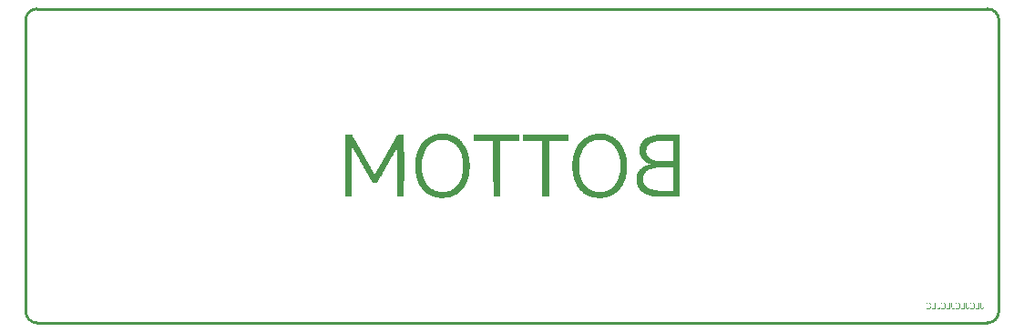
<source format=gbo>
G04 Layer: BottomSilkscreenLayer*
G04 EasyEDA Pro v1.7.27, 2022-09-03 12:36:33*
G04 Gerber Generator version 0.3*
G04 Scale: 100 percent, Rotated: No, Reflected: No*
G04 Dimensions in millimeters*
G04 Leading zeros omitted, absolute positions, 3 integers and 3 decimals*
%FSLAX33Y33*%
%MOMM*%
%ADD10C,0.254*%
G75*


G04 Text Start*
G04 //text: BOTTOM*
G36*
G01X55513Y20252D02*
G01X55434Y20249D01*
G01X55407Y20245D01*
G01X55365Y20235D01*
G01X55320Y20231D01*
G01X55213Y20228D01*
G01X55147Y20224D01*
G01X55085Y20217D01*
G01X55048Y20211D01*
G01X54990Y20200D01*
G01X54926Y20182D01*
G01X54834Y20165D01*
G01X54782Y20154D01*
G01X54744Y20142D01*
G01X54658Y20118D01*
G01X54612Y20101D01*
G01X54543Y20070D01*
G01X54485Y20052D01*
G01X54462Y20044D01*
G01X54427Y20025D01*
G01X54380Y19993D01*
G01X54355Y19978D01*
G01X54329Y19964D01*
G01X54248Y19928D01*
G01X54227Y19917D01*
G01X54171Y19883D01*
G01X54106Y19848D01*
G01X54071Y19825D01*
G01X54046Y19801D01*
G01X54000Y19767D01*
G01X53955Y19732D01*
G01X53917Y19698D01*
G01X53856Y19651D01*
G01X53846Y19640D01*
G01X53835Y19622D01*
G01X53830Y19615D01*
G01X53806Y19591D01*
G01X53717Y19516D01*
G01X53677Y19478D01*
G01X53649Y19449D01*
G01X53596Y19386D01*
G01X53575Y19358D01*
G01X53514Y19275D01*
G01X53436Y19172D01*
G01X53417Y19143D01*
G01X53401Y19115D01*
G01X53377Y19059D01*
G01X53354Y19019D01*
G01X53336Y18999D01*
G01X53325Y18983D01*
G01X53307Y18951D01*
G01X53273Y18872D01*
G01X53239Y18814D01*
G01X53222Y18773D01*
G01X53201Y18705D01*
G01X53170Y18635D01*
G01X53153Y18589D01*
G01X53131Y18523D01*
G01X53106Y18476D01*
G01X53096Y18453D01*
G01X53083Y18407D01*
G01X53070Y18331D01*
G01X53062Y18295D01*
G01X53053Y18262D01*
G01X53026Y18185D01*
G01X53017Y18150D01*
G01X53007Y18093D01*
G01X53002Y18055D01*
G01X52990Y17997D01*
G01X52979Y17959D01*
G01X52973Y17913D01*
G01X52970Y17833D01*
G01X52961Y17793D01*
G01X52957Y17775D01*
G01X52952Y17717D01*
G01X52949Y17608D01*
G01X52946Y17454D01*
G01X52938Y17354D01*
G01X52934Y17306D01*
G01X52932Y17267D01*
G01X52934Y17237D01*
G01X52938Y17216D01*
G01X53550D01*
G01Y17246D01*
G01X53553Y17319D01*
G01X53556Y17354D01*
G01X53561Y17377D01*
G01X53566Y17393D01*
G01X53571Y17449D01*
G01X53576Y17663D01*
G01X53582Y17713D01*
G01X53596Y17769D01*
G01X53631Y17978D01*
G01X53661Y18123D01*
G01X53688Y18232D01*
G01X53711Y18306D01*
G01X53740Y18385D01*
G01X53781Y18497D01*
G01X53804Y18558D01*
G01X53815Y18581D01*
G01X53833Y18610D01*
G01X53856Y18653D01*
G01X53886Y18722D01*
G01X53906Y18766D01*
G01X53931Y18809D01*
G01X53965Y18864D01*
G01X54016Y18935D01*
G01X54039Y18975D01*
G01X54054Y19010D01*
G01X54064Y19025D01*
G01X54077Y19039D01*
G01X54092Y19051D01*
G01X54124Y19077D01*
G01X54162Y19125D01*
G01X54191Y19154D01*
G01X54240Y19193D01*
G01X54278Y19241D01*
G01X54307Y19270D01*
G01X54340Y19293D01*
G01X54394Y19340D01*
G01X54439Y19375D01*
G01X54517Y19426D01*
G01X54561Y19449D01*
G01X54629Y19479D01*
G01X54672Y19500D01*
G01X54746Y19541D01*
G01X54777Y19556D01*
G01X54809Y19570D01*
G01X54843Y19582D01*
G01X54990Y19629D01*
G01X55083Y19646D01*
G01X55135Y19657D01*
G01X55166Y19666D01*
G01X55230Y19671D01*
G01X55420Y19674D01*
G01X55526D01*
G01X55682Y19668D01*
G01X55732Y19663D01*
G01X55870Y19640D01*
G01X55901Y19633D01*
G01X56009Y19605D01*
G01X56084Y19582D01*
G01X56148Y19559D01*
G01X56263Y19513D01*
G01X56315Y19490D01*
G01X56337Y19478D01*
G01X56390Y19447D01*
G01X56434Y19428D01*
G01X56465Y19412D01*
G01X56490Y19395D01*
G01X56517Y19375D01*
G01X56660Y19260D01*
G01X56733Y19206D01*
G01X56751Y19191D01*
G01X56777Y19159D01*
G01X56812Y19105D01*
G01X56829Y19083D01*
G01X56846Y19065D01*
G01X56863Y19051D01*
G01X56895Y19025D01*
G01X56921Y18994D01*
G01X56967Y18924D01*
G01X57025Y18832D01*
G01X57049Y18790D01*
G01X57083Y18728D01*
G01X57103Y18685D01*
G01X57132Y18613D01*
G01X57158Y18569D01*
G01X57168Y18549D01*
G01X57180Y18513D01*
G01X57193Y18458D01*
G01X57201Y18433D01*
G01X57210Y18412D01*
G01X57227Y18384D01*
G01X57237Y18362D01*
G01X57250Y18322D01*
G01X57262Y18257D01*
G01X57270Y18229D01*
G01X57280Y18205D01*
G01X57296Y18176D01*
G01X57306Y18151D01*
G01X57319Y18101D01*
G01X57331Y18014D01*
G01X57348Y17908D01*
G01X57360Y17856D01*
G01X57373Y17811D01*
G01X57379Y17778D01*
G01X57381Y17741D01*
G01X57383Y17666D01*
G01X57386Y17570D01*
G01X57389Y17538D01*
G01X57394Y17515D01*
G01X57397Y17505D01*
G01X57403Y17443D01*
G01X57406Y17296D01*
G01X57403Y17149D01*
G01X57399Y17103D01*
G01X57394Y17077D01*
G01X57391Y17061D01*
G01X57385Y17009D01*
G01X57383Y16885D01*
G01X57380Y16811D01*
G01X57374Y16763D01*
G01X57360Y16708D01*
G01X57343Y16600D01*
G01X57331Y16543D01*
G01X57317Y16485D01*
G01X57314Y16430D01*
G01X57311Y16407D01*
G01X57305Y16384D01*
G01X57296Y16361D01*
G01X57281Y16327D01*
G01X57273Y16303D01*
G01X57269Y16280D01*
G01X57267Y16245D01*
G01X57264Y16222D01*
G01X57259Y16200D01*
G01X57250Y16176D01*
G01X57224Y16118D01*
G01X57203Y16050D01*
G01X57186Y16010D01*
G01X57155Y15954D01*
G01X57137Y15899D01*
G01X57129Y15876D01*
G01X57110Y15841D01*
G01X57078Y15795D01*
G01X57063Y15769D01*
G01X57049Y15742D01*
G01X57024Y15686D01*
G01X57008Y15657D01*
G01X56989Y15628D01*
G01X56946Y15572D01*
G01X56930Y15547D01*
G01X56917Y15525D01*
G01X56903Y15490D01*
G01X56892Y15475D01*
G01X56879Y15461D01*
G01X56855Y15443D01*
G01X56826Y15417D01*
G01X56805Y15395D01*
G01X56740Y15316D01*
G01X56702Y15276D01*
G01X56672Y15248D01*
G01X56609Y15195D01*
G01X56537Y15141D01*
G01X56494Y15114D01*
G01X56378Y15045D01*
G01X56337Y15021D01*
G01X56275Y14987D01*
G01X56228Y14967D01*
G01X56160Y14946D01*
G01X56119Y14929D01*
G01X56064Y14898D01*
G01X56021Y14883D01*
G01X55865Y14848D01*
G01X55808Y14833D01*
G01X55752Y14828D01*
G01X55651Y14825D01*
G01X55544Y14822D01*
G01X55515Y14819D01*
G01X55501Y14814D01*
G01X55487Y14808D01*
G01X55466Y14814D01*
G01X55459Y14817D01*
G01X55444Y14820D01*
G01X55406Y14824D01*
G01X55253Y14829D01*
G01X55223Y14832D01*
G01X55201Y14837D01*
G01X55155Y14848D01*
G01X55046Y14867D01*
G01X55010Y14875D01*
G01X54977Y14884D01*
G01X54932Y14901D01*
G01X54820Y14941D01*
G01X54743Y14970D01*
G01X54704Y14987D01*
G01X54588Y15045D01*
G01X54508Y15091D01*
G01X54459Y15123D01*
G01X54415Y15160D01*
G01X54401Y15169D01*
G01X54386Y15177D01*
G01X54353Y15191D01*
G01X54338Y15201D01*
G01X54324Y15214D01*
G01X54312Y15229D01*
G01X54286Y15261D01*
G01X54238Y15299D01*
G01X54209Y15328D01*
G01X54171Y15377D01*
G01X54122Y15415D01*
G01X54093Y15444D01*
G01X54006Y15565D01*
G01X53985Y15599D01*
G01X53953Y15657D01*
G01X53932Y15692D01*
G01X53891Y15750D01*
G01X53876Y15775D01*
G01X53862Y15802D01*
G01X53827Y15882D01*
G01X53798Y15931D01*
G01X53788Y15952D01*
G01X53776Y15987D01*
G01X53763Y16042D01*
G01X53755Y16067D01*
G01X53745Y16088D01*
G01X53729Y16116D01*
G01X53719Y16136D01*
G01X53706Y16172D01*
G01X53685Y16260D01*
G01X53665Y16327D01*
G01X53641Y16408D01*
G01X53631Y16454D01*
G01X53608Y16592D01*
G01X53602Y16629D01*
G01X53590Y16687D01*
G01X53581Y16724D01*
G01X53575Y16779D01*
G01X53570Y16993D01*
G01X53567Y17030D01*
G01X53561Y17054D01*
G01X53557Y17070D01*
G01X53552Y17122D01*
G01X53550Y17216D01*
G01X52938D01*
G01X52941Y17204D01*
G01X52947Y17143D01*
G01X52952Y16849D01*
G01X52956Y16803D01*
G01X52961Y16777D01*
G01X52970Y16739D01*
G01X52973Y16696D01*
G01X52977Y16633D01*
G01X52984Y16592D01*
G01X52996Y16540D01*
G01X53016Y16462D01*
G01X53019Y16396D01*
G01X53026Y16356D01*
G01X53042Y16298D01*
G01X53060Y16215D01*
G01X53088Y16107D01*
G01X53105Y16051D01*
G01X53123Y16005D01*
G01X53157Y15928D01*
G01X53186Y15848D01*
G01X53227Y15737D01*
G01X53250Y15686D01*
G01X53279Y15636D01*
G01X53302Y15593D01*
G01X53331Y15524D01*
G01X53352Y15481D01*
G01X53377Y15438D01*
G01X53434Y15345D01*
G01X53446Y15328D01*
G01X53487Y15281D01*
G01X53514Y15245D01*
G01X53570Y15157D01*
G01X53617Y15103D01*
G01X53711Y14990D01*
G01X53758Y14941D01*
G01X53798Y14903D01*
G01X53814Y14891D01*
G01X53838Y14876D01*
G01X53850Y14866D01*
G01X53862Y14853D01*
G01X53886Y14820D01*
G01X53915Y14791D01*
G01X53950Y14766D01*
G01X54051Y14688D01*
G01X54116Y14641D01*
G01X54185Y14594D01*
G01X54219Y14575D01*
G01X54263Y14557D01*
G01X54291Y14543D01*
G01X54359Y14497D01*
G01X54384Y14482D01*
G01X54411Y14468D01*
G01X54439Y14456D01*
G01X54531Y14422D01*
G01X54550Y14416D01*
G01X54658Y14384D01*
G01X54704Y14364D01*
G01X54754Y14343D01*
G01X54808Y14329D01*
G01X54947Y14306D01*
G01X54984Y14300D01*
G01X55042Y14289D01*
G01X55082Y14278D01*
G01X55124Y14273D01*
G01X55247Y14268D01*
G01X55273Y14265D01*
G01X55293Y14260D01*
G01X55311Y14256D01*
G01X55369Y14250D01*
G01X55478Y14248D01*
G01X55578Y14250D01*
G01X55651Y14254D01*
G01X55686Y14260D01*
G01X55824Y14283D01*
G01X55862Y14289D01*
G01X55920Y14300D01*
G01X55978Y14314D01*
G01X56043Y14318D01*
G01X56083Y14324D01*
G01X56142Y14340D01*
G01X56222Y14359D01*
G01X56274Y14376D01*
G01X56321Y14398D01*
G01X56367Y14415D01*
G01X56439Y14436D01*
G01X56494Y14456D01*
G01X56523Y14468D01*
G01X56566Y14489D01*
G01X56651Y14538D01*
G01X56757Y14594D01*
G01X56794Y14618D01*
G01X56863Y14664D01*
G01X56909Y14698D01*
G01X56934Y14721D01*
G01X56947Y14730D01*
G01X56963Y14738D01*
G01X56996Y14752D01*
G01X57011Y14762D01*
G01X57025Y14775D01*
G01X57049Y14807D01*
G01X57078Y14836D01*
G01X57121Y14868D01*
G01X57164Y14906D01*
G01X57291Y15033D01*
G01X57311Y15056D01*
G01X57360Y15114D01*
G01X57382Y15141D01*
G01X57442Y15225D01*
G01X57519Y15326D01*
G01X57536Y15351D01*
G01X57548Y15373D01*
G01X57559Y15400D01*
G01X57574Y15428D01*
G01X57619Y15496D01*
G01X57634Y15521D01*
G01X57648Y15548D01*
G01X57683Y15628D01*
G01X57706Y15668D01*
G01X57727Y15706D01*
G01X57747Y15771D01*
G01X57765Y15812D01*
G01X57781Y15839D01*
G01X57791Y15859D01*
G01X57804Y15895D01*
G01X57816Y15950D01*
G01X57825Y15974D01*
G01X57834Y15996D01*
G01X57851Y16024D01*
G01X57861Y16047D01*
G01X57873Y16092D01*
G01X57886Y16169D01*
G01X57894Y16205D01*
G01X57903Y16238D01*
G01X57930Y16315D01*
G01X57938Y16350D01*
G01X57949Y16407D01*
G01X57955Y16444D01*
G01X57966Y16502D01*
G01X57974Y16532D01*
G01X57981Y16563D01*
G01X57984Y16643D01*
G01X57990Y16689D01*
G01X57998Y16718D01*
G01X58003Y16780D01*
G01X58010Y17074D01*
G01X58015Y17135D01*
G01X58023Y17164D01*
G01X58029Y17204D01*
G01Y17249D01*
G01X58023Y17290D01*
G01X58014Y17325D01*
G01X58009Y17387D01*
G01X58006Y17504D01*
G01Y17580D01*
G01X58000Y17701D01*
G01X57995Y17746D01*
G01X57972Y17908D01*
G01X57966Y17946D01*
G01X57955Y18004D01*
G01X57943Y18042D01*
G01X57938Y18088D01*
G01X57936Y18143D01*
G01X57931Y18168D01*
G01X57924Y18189D01*
G01X57908Y18218D01*
G01X57898Y18241D01*
G01X57886Y18286D01*
G01X57873Y18363D01*
G01X57865Y18399D01*
G01X57856Y18432D01*
G01X57810Y18555D01*
G01X57775Y18647D01*
G01X57729Y18762D01*
G01X57712Y18804D01*
G01X57683Y18867D01*
G01X57660Y18910D01*
G01X57614Y18984D01*
G01X57591Y19028D01*
G01X57539Y19132D01*
G01X57507Y19183D01*
G01X57454Y19252D01*
G01X57438Y19276D01*
G01X57425Y19298D01*
G01X57411Y19333D01*
G01X57400Y19348D01*
G01X57387Y19362D01*
G01X57371Y19375D01*
G01X57355Y19387D01*
G01X57339Y19403D01*
G01X57326Y19422D01*
G01X57301Y19465D01*
G01X57288Y19484D01*
G01X57272Y19500D01*
G01X57239Y19525D01*
G01X57210Y19554D01*
G01X57192Y19579D01*
G01X57167Y19608D01*
G01X57144Y19629D01*
G01X57090Y19673D01*
G01X57008Y19732D01*
G01X56955Y19778D01*
G01X56910Y19813D01*
G01X56864Y19848D01*
G01X56838Y19871D01*
G01X56820Y19883D01*
G01X56745Y19917D01*
G01X56704Y19940D01*
G01X56684Y19957D01*
G01X56668Y19969D01*
G01X56636Y19986D01*
G01X56568Y20015D01*
G01X56459Y20064D01*
G01X56390Y20085D01*
G01X56344Y20103D01*
G01X56275Y20134D01*
G01X56206Y20154D01*
G01X56107Y20182D01*
G01X56003Y20206D01*
G01X55947Y20221D01*
G01X55895Y20227D01*
G01X55771Y20229D01*
G01X55697Y20232D01*
G01X55650Y20238D01*
G01X55619Y20245D01*
G01X55574Y20250D01*
G37*
G36*
G01X40908Y20252D02*
G01X40838Y20249D01*
G01X40812Y20245D01*
G01X40792Y20240D01*
G01X40771Y20235D01*
G01X40722Y20231D01*
G01X40628Y20229D01*
G01X40533Y20224D01*
G01X40469Y20217D01*
G01X40431Y20211D01*
G01X40374Y20200D01*
G01X40310Y20182D01*
G01X40217Y20165D01*
G01X40165Y20154D01*
G01X40127Y20142D01*
G01X40042Y20118D01*
G01X39995Y20101D01*
G01X39926Y20070D01*
G01X39868Y20052D01*
G01X39845Y20044D01*
G01X39811Y20025D01*
G01X39764Y19993D01*
G01X39739Y19978D01*
G01X39712Y19964D01*
G01X39655Y19940D01*
G01X39612Y19918D01*
G01X39568Y19894D01*
G01X39514Y19859D01*
G01X39384Y19767D01*
G01X39338Y19732D01*
G01X39300Y19698D01*
G01X39252Y19662D01*
G01X39223Y19633D01*
G01X39185Y19585D01*
G01X39136Y19547D01*
G01X39107Y19518D01*
G01X39069Y19470D01*
G01X39020Y19432D01*
G01X38992Y19403D01*
G01X38968Y19370D01*
G01X38928Y19322D01*
G01X38900Y19286D01*
G01X38844Y19198D01*
G01X38830Y19180D01*
G01X38806Y19153D01*
G01X38795Y19135D01*
G01X38760Y19059D01*
G01X38737Y19019D01*
G01X38720Y18999D01*
G01X38708Y18983D01*
G01X38691Y18951D01*
G01X38656Y18872D01*
G01X38622Y18814D01*
G01X38605Y18773D01*
G01X38584Y18705D01*
G01X38553Y18635D01*
G01X38536Y18589D01*
G01X38515Y18523D01*
G01X38489Y18476D01*
G01X38479Y18453D01*
G01X38466Y18407D01*
G01X38454Y18330D01*
G01X38441Y18273D01*
G01X38414Y18184D01*
G01X38401Y18128D01*
G01X38385Y18032D01*
G01X38373Y17975D01*
G01X38365Y17945D01*
G01X38359Y17914D01*
G01X38356Y17834D01*
G01X38349Y17788D01*
G01X38344Y17767D01*
G01X38341Y17755D01*
G01X38336Y17695D01*
G01X38330Y17383D01*
G01X38324Y17319D01*
G01X38317Y17291D01*
G01X38316Y17276D01*
G01X38317Y17262D01*
G01X38323Y17247D01*
G01X38326Y17235D01*
G01X38328Y17216D01*
G01X38933D01*
G01X38934Y17246D01*
G01X38936Y17319D01*
G01X38940Y17354D01*
G01X38945Y17377D01*
G01X38949Y17393D01*
G01X38954Y17449D01*
G01X38960Y17663D01*
G01X38965Y17713D01*
G01X38979Y17769D01*
G01X39014Y17978D01*
G01X39044Y18123D01*
G01X39072Y18232D01*
G01X39095Y18306D01*
G01X39124Y18385D01*
G01X39164Y18497D01*
G01X39187Y18558D01*
G01X39199Y18581D01*
G01X39216Y18610D01*
G01X39239Y18653D01*
G01X39269Y18722D01*
G01X39290Y18766D01*
G01X39314Y18809D01*
G01X39349Y18864D01*
G01X39399Y18935D01*
G01X39423Y18975D01*
G01X39437Y19010D01*
G01X39447Y19025D01*
G01X39460Y19039D01*
G01X39476Y19051D01*
G01X39508Y19077D01*
G01X39546Y19125D01*
G01X39575Y19154D01*
G01X39623Y19193D01*
G01X39662Y19241D01*
G01X39691Y19270D01*
G01X39724Y19293D01*
G01X39777Y19340D01*
G01X39822Y19375D01*
G01X39901Y19426D01*
G01X39944Y19449D01*
G01X40013Y19479D01*
G01X40056Y19500D01*
G01X40129Y19541D01*
G01X40160Y19556D01*
G01X40192Y19570D01*
G01X40226Y19582D01*
G01X40374Y19629D01*
G01X40467Y19646D01*
G01X40519Y19657D01*
G01X40550Y19666D01*
G01X40614Y19671D01*
G01X40804Y19674D01*
G01X40910D01*
G01X41066Y19668D01*
G01X41115Y19663D01*
G01X41254Y19640D01*
G01X41284Y19633D01*
G01X41392Y19605D01*
G01X41468Y19582D01*
G01X41531Y19559D01*
G01X41646Y19513D01*
G01X41699Y19490D01*
G01X41720Y19478D01*
G01X41773Y19447D01*
G01X41825Y19425D01*
G01X41840Y19418D01*
G01X41854Y19408D01*
G01X41878Y19387D01*
G01X41892Y19377D01*
G01X41907Y19370D01*
G01X41940Y19356D01*
G01X41955Y19346D01*
G01X41969Y19332D01*
G01X41981Y19317D01*
G01X41994Y19300D01*
G01X42010Y19285D01*
G01X42029Y19271D01*
G01X42062Y19253D01*
G01X42085Y19237D01*
G01X42120Y19205D01*
G01X42143Y19178D01*
G01X42165Y19151D01*
G01X42224Y19069D01*
G01X42253Y19040D01*
G01X42279Y19022D01*
G01X42296Y19006D01*
G01X42322Y18974D01*
G01X42339Y18947D01*
G01X42408Y18832D01*
G01X42466Y18740D01*
G01X42487Y18702D01*
G01X42507Y18636D01*
G01X42525Y18596D01*
G01X42556Y18540D01*
G01X42576Y18474D01*
G01X42594Y18434D01*
G01X42611Y18407D01*
G01X42621Y18387D01*
G01X42633Y18351D01*
G01X42654Y18263D01*
G01X42674Y18197D01*
G01X42698Y18115D01*
G01X42709Y18070D01*
G01X42732Y17931D01*
G01X42738Y17894D01*
G01X42749Y17836D01*
G01X42756Y17811D01*
G01X42762Y17778D01*
G01X42765Y17741D01*
G01X42766Y17666D01*
G01X42770Y17570D01*
G01X42773Y17538D01*
G01X42778Y17515D01*
G01X42781Y17505D01*
G01X42787Y17443D01*
G01X42789Y17296D01*
G01X42787Y17149D01*
G01X42783Y17103D01*
G01X42778Y17077D01*
G01X42774Y17061D01*
G01X42769Y17009D01*
G01X42766Y16885D01*
G01X42763Y16811D01*
G01X42758Y16763D01*
G01X42743Y16708D01*
G01X42726Y16600D01*
G01X42715Y16543D01*
G01X42703Y16504D01*
G01X42698Y16458D01*
G01X42696Y16403D01*
G01X42691Y16378D01*
G01X42684Y16357D01*
G01X42664Y16320D01*
G01X42657Y16300D01*
G01X42653Y16279D01*
G01X42651Y16245D01*
G01X42648Y16222D01*
G01X42642Y16200D01*
G01X42633Y16176D01*
G01X42607Y16118D01*
G01X42587Y16050D01*
G01X42569Y16010D01*
G01X42538Y15954D01*
G01X42518Y15889D01*
G01X42509Y15870D01*
G01X42500Y15855D01*
G01X42478Y15828D01*
G01X42469Y15813D01*
G01X42461Y15794D01*
G01X42452Y15761D01*
G01X42443Y15737D01*
G01X42425Y15703D01*
G01X42351Y15599D01*
G01X42258Y15460D01*
G01X42246Y15444D01*
G01X42217Y15415D01*
G01X42185Y15390D01*
G01X42172Y15377D01*
G01X42162Y15361D01*
G01X42147Y15328D01*
G01X42137Y15313D01*
G01X42124Y15299D01*
G01X42108Y15287D01*
G01X42063Y15253D01*
G01X42025Y15218D01*
G01X41977Y15184D01*
G01X41929Y15143D01*
G01X41906Y15126D01*
G01X41842Y15090D01*
G01X41762Y15045D01*
G01X41721Y15021D01*
G01X41658Y14987D01*
G01X41612Y14967D01*
G01X41543Y14946D01*
G01X41503Y14929D01*
G01X41447Y14898D01*
G01X41404Y14883D01*
G01X41248Y14848D01*
G01X41191Y14833D01*
G01X41136Y14828D01*
G01X41035Y14825D01*
G01X40928Y14822D01*
G01X40898Y14819D01*
G01X40884Y14814D01*
G01X40870Y14808D01*
G01X40850Y14814D01*
G01X40843Y14817D01*
G01X40827Y14820D01*
G01X40789Y14824D01*
G01X40636Y14829D01*
G01X40606Y14832D01*
G01X40584Y14837D01*
G01X40541Y14848D01*
G01X40448Y14866D01*
G01X40396Y14877D01*
G01X40359Y14889D01*
G01X40273Y14913D01*
G01X40226Y14930D01*
G01X40157Y14961D01*
G01X40089Y14982D01*
G01X40071Y14990D01*
G01X40055Y14999D01*
G01X40042Y15010D01*
G01X40028Y15022D01*
G01X40010Y15033D01*
G01X39933Y15069D01*
G01X39906Y15083D01*
G01X39881Y15097D01*
G01X39857Y15114D01*
G01X39726Y15217D01*
G01X39644Y15277D01*
G01X39615Y15306D01*
G01X39577Y15354D01*
G01X39528Y15392D01*
G01X39500Y15421D01*
G01X39475Y15456D01*
G01X39418Y15530D01*
G01X39378Y15584D01*
G01X39362Y15610D01*
G01X39337Y15657D01*
G01X39316Y15692D01*
G01X39274Y15750D01*
G01X39260Y15775D01*
G01X39246Y15802D01*
G01X39210Y15882D01*
G01X39199Y15903D01*
G01X39176Y15943D01*
G01X39159Y15984D01*
G01X39124Y16093D01*
G01X39106Y16140D01*
G01X39085Y16188D01*
G01X39078Y16211D01*
G01X39073Y16234D01*
G01X39070Y16279D01*
G01X39066Y16300D01*
G01X39059Y16320D01*
G01X39043Y16347D01*
G01X39033Y16372D01*
G01X39020Y16422D01*
G01X39008Y16509D01*
G01X38991Y16615D01*
G01X38979Y16667D01*
G01X38964Y16724D01*
G01X38959Y16779D01*
G01X38953Y16993D01*
G01X38950Y17030D01*
G01X38945Y17054D01*
G01X38941Y17070D01*
G01X38936Y17122D01*
G01X38933Y17216D01*
G01X38328D01*
G01X38330Y17187D01*
G01X38333Y17042D01*
G01X38334Y16957D01*
G01X38339Y16823D01*
G01X38344Y16777D01*
G01X38368Y16615D01*
G01X38373Y16578D01*
G01X38385Y16520D01*
G01X38396Y16480D01*
G01X38402Y16428D01*
G01X38404Y16363D01*
G01X38408Y16335D01*
G01X38415Y16311D01*
G01X38431Y16282D01*
G01X38441Y16261D01*
G01X38454Y16220D01*
G01X38466Y16155D01*
G01X38477Y16104D01*
G01X38489Y16066D01*
G01X38512Y15981D01*
G01X38530Y15941D01*
G01X38547Y15913D01*
G01X38557Y15893D01*
G01X38569Y15857D01*
G01X38582Y15802D01*
G01X38590Y15778D01*
G01X38599Y15756D01*
G01X38616Y15729D01*
G01X38639Y15685D01*
G01X38679Y15593D01*
G01X38691Y15572D01*
G01X38725Y15515D01*
G01X38761Y15448D01*
G01X38806Y15368D01*
G01X38844Y15311D01*
G01X38908Y15225D01*
G01X38924Y15201D01*
G01X38937Y15179D01*
G01X38952Y15143D01*
G01X38962Y15129D01*
G01X38975Y15115D01*
G01X38991Y15102D01*
G01X39023Y15076D01*
G01X39049Y15045D01*
G01X39072Y15016D01*
G01X39106Y14992D01*
G01X39118Y14981D01*
G01X39130Y14968D01*
G01X39154Y14936D01*
G01X39183Y14907D01*
G01X39231Y14869D01*
G01X39269Y14820D01*
G01X39298Y14791D01*
G01X39333Y14766D01*
G01X39434Y14688D01*
G01X39499Y14641D01*
G01X39586Y14584D01*
G01X39620Y14566D01*
G01X39655Y14553D01*
G01X39696Y14530D01*
G01X39753Y14491D01*
G01X39776Y14480D01*
G01X39799Y14471D01*
G01X39857Y14453D01*
G01X39926Y14422D01*
G01X39972Y14405D01*
G01X40042Y14384D01*
G01X40088Y14364D01*
G01X40137Y14343D01*
G01X40192Y14329D01*
G01X40330Y14306D01*
G01X40368Y14300D01*
G01X40426Y14289D01*
G01X40466Y14278D01*
G01X40507Y14273D01*
G01X40630Y14268D01*
G01X40657Y14265D01*
G01X40677Y14260D01*
G01X40694Y14256D01*
G01X40752Y14250D01*
G01X40861Y14248D01*
G01X40977Y14251D01*
G01X41009Y14254D01*
G01X41023Y14260D01*
G01X41027Y14263D01*
G01X41033Y14265D01*
G01X41041Y14267D01*
G01X41079Y14271D01*
G01X41115D01*
G01X41185Y14274D01*
G01X41210Y14278D01*
G01X41277Y14295D01*
G01X41485Y14329D01*
G01X41546Y14343D01*
G01X41612Y14364D01*
G01X41768Y14416D01*
G01X41877Y14456D01*
G01X41929Y14479D01*
G01X41979Y14508D01*
G01X42022Y14531D01*
G01X42090Y14561D01*
G01X42117Y14575D01*
G01X42142Y14589D01*
G01X42247Y14664D01*
G01X42293Y14698D01*
G01X42317Y14721D01*
G01X42331Y14730D01*
G01X42346Y14738D01*
G01X42379Y14752D01*
G01X42394Y14762D01*
G01X42408Y14775D01*
G01X42432Y14807D01*
G01X42461Y14836D01*
G01X42504Y14868D01*
G01X42547Y14906D01*
G01X42702Y15062D01*
G01X42731Y15097D01*
G01X42756Y15133D01*
G01X42834Y15234D01*
G01X42882Y15299D01*
G01X42940Y15391D01*
G01X42964Y15433D01*
G01X43020Y15538D01*
G01X43049Y15585D01*
G01X43072Y15628D01*
G01X43107Y15710D01*
G01X43147Y15795D01*
G01X43164Y15841D01*
G01X43185Y15911D01*
G01X43217Y15982D01*
G01X43234Y16028D01*
G01X43251Y16084D01*
G01X43297Y16240D01*
G01X43309Y16292D01*
G01X43332Y16407D01*
G01X43344Y16459D01*
G01X43358Y16509D01*
G01X43364Y16543D01*
G01X43367Y16636D01*
G01X43374Y16688D01*
G01X43378Y16708D01*
G01X43382Y16725D01*
G01X43388Y16786D01*
G01X43393Y17034D01*
G01X43399Y17089D01*
G01X43407Y17121D01*
G01X43411Y17166D01*
G01X43413Y17227D01*
G01X43410Y17305D01*
G01X43407Y17333D01*
G01X43401Y17354D01*
G01X43397Y17372D01*
G01X43392Y17433D01*
G01X43387Y17680D01*
G01X43381Y17736D01*
G01X43376Y17756D01*
G01X43369Y17787D01*
G01X43366Y17866D01*
G01X43360Y17913D01*
G01X43344Y17975D01*
G01X43332Y18035D01*
G01X43309Y18162D01*
G01X43302Y18192D01*
G01X43274Y18301D01*
G01X43234Y18434D01*
G01X43202Y18546D01*
G01X43182Y18601D01*
G01X43165Y18643D01*
G01X43113Y18757D01*
G01X43078Y18852D01*
G01X43067Y18878D01*
G01X43055Y18898D01*
G01X43038Y18919D01*
G01X43026Y18935D01*
G01X43009Y18967D01*
G01X42985Y19022D01*
G01X42964Y19066D01*
G01X42940Y19109D01*
G01X42908Y19158D01*
G01X42894Y19176D01*
G01X42876Y19196D01*
G01X42849Y19232D01*
G01X42792Y19320D01*
G01X42779Y19338D01*
G01X42743Y19377D01*
G01X42709Y19425D01*
G01X42662Y19479D01*
G01X42628Y19524D01*
G01X42602Y19556D01*
G01X42554Y19595D01*
G01X42525Y19624D01*
G01X42506Y19648D01*
G01X42490Y19666D01*
G01X42458Y19692D01*
G01X42382Y19741D01*
G01X42365Y19755D01*
G01X42339Y19778D01*
G01X42293Y19813D01*
G01X42248Y19848D01*
G01X42221Y19871D01*
G01X42204Y19883D01*
G01X42128Y19917D01*
G01X42087Y19940D01*
G01X42067Y19957D01*
G01X42052Y19969D01*
G01X42020Y19986D01*
G01X41941Y20021D01*
G01X41892Y20050D01*
G01X41871Y20060D01*
G01X41836Y20072D01*
G01X41780Y20085D01*
G01X41728Y20103D01*
G01X41658Y20134D01*
G01X41589Y20154D01*
G01X41491Y20182D01*
G01X41387Y20206D01*
G01X41330Y20221D01*
G01X41278Y20227D01*
G01X41155Y20229D01*
G01X41081Y20232D01*
G01X41033Y20238D01*
G01X41003Y20245D01*
G01X40962Y20250D01*
G37*
G36*
G01X61851Y20137D02*
G01X60897Y20131D01*
G01X60777Y20126D01*
G01X60766Y20125D01*
G01X60650Y20102D01*
G01X60512Y20079D01*
G01X60474Y20073D01*
G01X60416Y20061D01*
G01X60356Y20044D01*
G01X60243Y20018D01*
G01X60177Y19998D01*
G01X60099Y19969D01*
G01X60038Y19940D01*
G01X59929Y19893D01*
G01X59886Y19872D01*
G01X59842Y19848D01*
G01X59788Y19813D01*
G01X59738Y19778D01*
G01X59641Y19709D01*
G01X59588Y19664D01*
G01X59565Y19646D01*
G01X59548Y19636D01*
G01X59542Y19632D01*
G01X59536Y19627D01*
G01X59525Y19612D01*
G01X59495Y19561D01*
G01X59481Y19542D01*
G01X59466Y19526D01*
G01X59441Y19507D01*
G01X59425Y19492D01*
G01X59411Y19475D01*
G01X59398Y19455D01*
G01X59369Y19403D01*
G01X59340Y19368D01*
G01X59328Y19351D01*
G01X59311Y19314D01*
G01X59299Y19282D01*
G01X59271Y19204D01*
G01X59242Y19143D01*
G01X59225Y19091D01*
G01X59207Y19011D01*
G01X59192Y18952D01*
G01X59187Y18901D01*
G01X59184Y18762D01*
G01X59189Y18578D01*
G01X59807D01*
G01X59808Y18609D01*
G01X59812Y18718D01*
G01X59819Y18785D01*
G01X59826Y18826D01*
G01X59838Y18886D01*
G01X59854Y18947D01*
G01X59865Y18984D01*
G01X59877Y19016D01*
G01X59888Y19042D01*
G01X59946Y19132D01*
G01X59959Y19150D01*
G01X59984Y19180D01*
G01X60015Y19213D01*
G01X60064Y19259D01*
G01X60119Y19305D01*
G01X60148Y19327D01*
G01X60177Y19346D01*
G01X60206Y19361D01*
G01X60276Y19392D01*
G01X60364Y19432D01*
G01X60410Y19449D01*
G01X60466Y19467D01*
G01X60581Y19502D01*
G01X60627Y19513D01*
G01X60734Y19530D01*
G01X60792Y19542D01*
G01X60817Y19549D01*
G01X60860Y19552D01*
G01X61562Y19559D01*
G01X62278D01*
G01Y18624D01*
G01X62270Y17695D01*
G01X62267Y17677D01*
G01X62266Y17676D01*
G01X62265D01*
G01X62258Y17675D01*
G01X62215Y17671D01*
G01X61736Y17666D01*
G01X61337Y17669D01*
G01X61198Y17674D01*
G01X61181Y17677D01*
G01X61161Y17682D01*
G01X61120Y17687D01*
G01X61026Y17690D01*
G01X60965Y17693D01*
G01X60904Y17700D01*
G01X60743Y17724D01*
G01X60705Y17729D01*
G01X60648Y17741D01*
G01X60512Y17781D01*
G01X60437Y17804D01*
G01X60373Y17827D01*
G01X60344Y17839D01*
G01X60301Y17861D01*
G01X60258Y17885D01*
G01X60165Y17943D01*
G01X60087Y17995D01*
G01X60059Y18021D01*
G01X60038Y18043D01*
G01X59994Y18097D01*
G01X59946Y18162D01*
G01X59911Y18208D01*
G01X59894Y18227D01*
G01X59889Y18234D01*
G01X59884Y18244D01*
G01X59875Y18267D01*
G01X59859Y18345D01*
G01X59851Y18373D01*
G01X59841Y18397D01*
G01X59831Y18416D01*
G01X59825Y18426D01*
G01X59821Y18439D01*
G01X59815Y18464D01*
G01X59809Y18520D01*
G01X59807Y18578D01*
G01X59189D01*
G01Y18573D01*
G01X59196Y18486D01*
G01X59199Y18460D01*
G01X59210Y18390D01*
G01X59220Y18349D01*
G01X59236Y18295D01*
G01X59276Y18185D01*
G01X59289Y18156D01*
G01X59310Y18113D01*
G01X59334Y18070D01*
G01X59403Y17960D01*
G01X59420Y17925D01*
G01X59434Y17891D01*
G01X59444Y17877D01*
G01X59457Y17863D01*
G01X59489Y17838D01*
G01X59518Y17809D01*
G01X59537Y17784D01*
G01X59562Y17755D01*
G01X59584Y17734D01*
G01X59611Y17712D01*
G01X59683Y17659D01*
G01X59727Y17631D01*
G01X59828Y17568D01*
G01X59871Y17544D01*
G01X59953Y17510D01*
G01X60027Y17476D01*
G01X60050Y17467D01*
G01X60073Y17461D01*
G01X60096Y17458D01*
G01X60128Y17456D01*
G01X60145Y17449D01*
G01X60157Y17438D01*
G01X60165Y17423D01*
G01X60167Y17415D01*
G01Y17407D01*
G01X60164Y17399D01*
G01X60160Y17391D01*
G01X60153Y17384D01*
G01X60144Y17378D01*
G01X60132Y17372D01*
G01X60090Y17355D01*
G01X60047Y17341D01*
G01X59952Y17319D01*
G01X59911Y17308D01*
G01X59796Y17273D01*
G01X59721Y17250D01*
G01X59657Y17227D01*
G01X59631Y17216D01*
G01X59590Y17192D01*
G01X59570Y17175D01*
G01X59554Y17163D01*
G01X59522Y17146D01*
G01X59469Y17122D01*
G01X59447Y17108D01*
G01X59429Y17093D01*
G01X59403Y17061D01*
G01X59389Y17048D01*
G01X59374Y17038D01*
G01X59340Y17024D01*
G01X59326Y17013D01*
G01X59312Y17000D01*
G01X59287Y16968D01*
G01X59258Y16939D01*
G01X59225Y16914D01*
G01X59210Y16898D01*
G01X59196Y16879D01*
G01X59172Y16836D01*
G01X59158Y16817D01*
G01X59143Y16801D01*
G01X59126Y16788D01*
G01X59110Y16775D01*
G01X59095Y16756D01*
G01X59081Y16734D01*
G01X59057Y16681D01*
G01X59034Y16640D01*
G01X59012Y16614D01*
G01X59002Y16598D01*
G01X58995Y16579D01*
G01X58981Y16534D01*
G01X58964Y16488D01*
G01X58943Y16442D01*
G01X58936Y16419D01*
G01X58932Y16396D01*
G01X58929Y16350D01*
G01X58924Y16329D01*
G01X58917Y16310D01*
G01X58907Y16292D01*
G01X58904Y16287D01*
G01X58901Y16277D01*
G01X58896Y16260D01*
G01X58890Y16217D01*
G01X58886Y16168D01*
G01X58884Y16061D01*
G01Y16026D01*
G01X59507D01*
G01X59510Y16104D01*
G01X59514Y16132D01*
G01X59522Y16162D01*
G01X59527Y16194D01*
G01X59531Y16260D01*
G01X59534Y16287D01*
G01X59540Y16313D01*
G01X59548Y16338D01*
G01X59574Y16396D01*
G01X59594Y16463D01*
G01X59603Y16482D01*
G01X59612Y16498D01*
G01X59629Y16517D01*
G01X59646Y16540D01*
G01X59681Y16602D01*
G01X59695Y16621D01*
G01X59710Y16636D01*
G01X59743Y16662D01*
G01X59772Y16691D01*
G01X59810Y16739D01*
G01X59842Y16765D01*
G01X59888Y16800D01*
G01X59913Y16822D01*
G01X59929Y16832D01*
G01X59948Y16839D01*
G01X59991Y16852D01*
G01X60010Y16861D01*
G01X60025Y16870D01*
G01X60052Y16892D01*
G01X60067Y16901D01*
G01X60086Y16909D01*
G01X60130Y16921D01*
G01X60171Y16939D01*
G01X60197Y16956D01*
G01X60218Y16966D01*
G01X60253Y16978D01*
G01X60333Y16996D01*
G01X60414Y17019D01*
G01X60518Y17042D01*
G01X60567Y17057D01*
G01X60601Y17062D01*
G01X60694Y17066D01*
G01X60746Y17072D01*
G01X60786Y17082D01*
G01X60827Y17087D01*
G01X60922Y17089D01*
G01X60982Y17093D01*
G01X61096Y17104D01*
G01X61701Y17111D01*
G01X62278D01*
G01Y16026D01*
G01X62270Y14949D01*
G01X62267Y14930D01*
G01X62266Y14929D01*
G01X62265Y14928D01*
G01X62260Y14927D01*
G01X62218Y14924D01*
G01X61712Y14918D01*
G01X61297Y14920D01*
G01X61152Y14927D01*
G01X61135Y14930D01*
G01X61116Y14934D01*
G01X61064Y14940D01*
G01X60964Y14943D01*
G01X60858Y14952D01*
G01X60673Y14975D01*
G01X60535Y14999D01*
G01X60505Y15005D01*
G01X60396Y15033D01*
G01X60281Y15068D01*
G01X60212Y15091D01*
G01X60177Y15105D01*
G01X60108Y15146D01*
G01X60064Y15163D01*
G01X60021Y15184D01*
G01X59981Y15206D01*
G01X59932Y15238D01*
G01X59888Y15275D01*
G01X59874Y15284D01*
G01X59859Y15292D01*
G01X59833Y15302D01*
G01X59824Y15308D01*
G01X59805Y15322D01*
G01X59784Y15342D01*
G01X59740Y15395D01*
G01X59692Y15460D01*
G01X59657Y15506D01*
G01X59640Y15524D01*
G01X59629Y15542D01*
G01X59611Y15579D01*
G01X59600Y15610D01*
G01X59571Y15688D01*
G01X59544Y15749D01*
G01X59536Y15772D01*
G01X59532Y15795D01*
G01X59530Y15841D01*
G01X59524Y15881D01*
G01X59514Y15920D01*
G01X59509Y15965D01*
G01X59507Y16026D01*
G01X58884D01*
G01Y16014D01*
G01X58888Y15869D01*
G01X58893Y15823D01*
G01X58907Y15755D01*
G01X58923Y15696D01*
G01X58930Y15656D01*
G01X58932Y15610D01*
G01X58936Y15587D01*
G01X58943Y15565D01*
G01X58964Y15517D01*
G01X58981Y15466D01*
G01X58995Y15411D01*
G01X59002Y15388D01*
G01X59012Y15370D01*
G01X59022Y15356D01*
G01X59034Y15343D01*
G01X59045Y15325D01*
G01X59081Y15248D01*
G01X59095Y15221D01*
G01X59110Y15196D01*
G01X59143Y15149D01*
G01X59165Y15114D01*
G01X59196Y15058D01*
G01X59210Y15039D01*
G01X59225Y15023D01*
G01X59258Y14998D01*
G01X59287Y14969D01*
G01X59306Y14944D01*
G01X59331Y14915D01*
G01X59354Y14894D01*
G01X59408Y14850D01*
G01X59473Y14803D01*
G01X59695Y14664D01*
G01X59738Y14641D01*
G01X59831Y14594D01*
G01X59874Y14575D01*
G01X59911Y14560D01*
G01X60138Y14485D01*
G01X60222Y14462D01*
G01X60299Y14439D01*
G01X60339Y14434D01*
G01X60385Y14431D01*
G01X60408Y14427D01*
G01X60431Y14420D01*
G01X60460Y14407D01*
G01X60474Y14402D01*
G01X60510Y14394D01*
G01X60569Y14388D01*
G01X60658Y14387D01*
G01X60731Y14384D01*
G01X60779Y14378D01*
G01X60793Y14374D01*
G01X60824Y14372D01*
G01X61851Y14364D01*
G01X62879D01*
G01Y20137D01*
G37*
G36*
G01X43782Y20137D02*
G01X43782Y19905D01*
G01X43787Y19684D01*
G01X43791Y19634D01*
G01X43805Y19559D01*
G01X45583D01*
G01Y17019D01*
G01X45592Y14474D01*
G01X45595Y14422D01*
G01X45607Y14364D01*
G01X46184D01*
G01Y19559D01*
G01X47038D01*
G01X47836Y19565D01*
G01X47940Y19569D01*
G01X48008Y19582D01*
G01Y20137D01*
G37*
G36*
G01X50513Y20137D02*
G01X48404Y20126D01*
G01X48389Y20125D01*
G01X48331Y20113D01*
G01Y19883D01*
G01X48332Y19828D01*
G01X48337Y19698D01*
G01X48344Y19640D01*
G01X48349Y19619D01*
G01X48354Y19605D01*
G01X48355D01*
G01X48356Y19603D01*
G01X48358Y19602D01*
G01X48361Y19600D01*
G01X48366Y19597D01*
G01X48378Y19593D01*
G01X48413Y19586D01*
G01X48463Y19580D01*
G01X48594Y19571D01*
G01X49266Y19559D01*
G01X50155D01*
G01Y14364D01*
G01X50756D01*
G01Y19559D01*
G01X51587D01*
G01X52467Y19568D01*
G01X52499Y19571D01*
G01X52580Y19582D01*
G01Y20137D01*
G37*
G36*
G01X31867Y20137D02*
G01X31867Y14364D01*
G01X32445D01*
G01Y16581D01*
G01X32454Y18824D01*
G01X32456Y18878D01*
G01X32464Y18912D01*
G01X32474Y18936D01*
G01X32487Y18947D01*
G01X32502D01*
G01X32511Y18943D01*
G01X32519Y18939D01*
G01X32527Y18932D01*
G01X32534Y18924D01*
G01X32548Y18904D01*
G01X32572Y18851D01*
G01X32595Y18811D01*
G01X32618Y18783D01*
G01X32629Y18766D01*
G01X32664Y18689D01*
G01X32687Y18649D01*
G01X32705Y18629D01*
G01X32716Y18613D01*
G01X32733Y18581D01*
G01X32768Y18503D01*
G01X32780Y18481D01*
G01X32814Y18425D01*
G01X32849Y18360D01*
G01X32872Y18325D01*
G01X32889Y18306D01*
G01X32901Y18290D01*
G01X32918Y18258D01*
G01X32942Y18203D01*
G01X32963Y18159D01*
G01X32987Y18116D01*
G01X33068Y17986D01*
G01X33104Y17919D01*
G01X33149Y17839D01*
G01X33173Y17797D01*
G01X33219Y17711D01*
G01X33264Y17631D01*
G01X33343Y17504D01*
G01X33363Y17453D01*
G01X33372Y17438D01*
G01X33381Y17424D01*
G01X33403Y17398D01*
G01X33415Y17380D01*
G01X33449Y17304D01*
G01X33472Y17264D01*
G01X33490Y17244D01*
G01X33501Y17228D01*
G01X33518Y17196D01*
G01X33542Y17140D01*
G01X33564Y17097D01*
G01X33588Y17054D01*
G01X33669Y16924D01*
G01X33704Y16857D01*
G01X33725Y16823D01*
G01X33766Y16765D01*
G01X33781Y16739D01*
G01X33795Y16712D01*
G01X33819Y16657D01*
G01X33842Y16617D01*
G01X33853Y16603D01*
G01X33865Y16590D01*
G01X33876Y16571D01*
G01X33911Y16496D01*
G01X33934Y16456D01*
G01X33952Y16435D01*
G01X33963Y16420D01*
G01X33980Y16388D01*
G01X34004Y16332D01*
G01X34025Y16289D01*
G01X34050Y16245D01*
G01X34119Y16130D01*
G01X34143Y16088D01*
G01X34200Y15983D01*
G01X34246Y15908D01*
G01X34292Y15821D01*
G01X34373Y15692D01*
G01X34407Y15634D01*
G01X34581D01*
G01X34658Y15637D01*
G01X34689Y15640D01*
G01X34716Y15645D01*
G01X34739Y15651D01*
G01X34756Y15660D01*
G01X34769Y15669D01*
G01X34777Y15680D01*
G01X34788Y15701D01*
G01X34812Y15736D01*
G01X34835Y15763D01*
G01X34846Y15781D01*
G01X34881Y15857D01*
G01X34904Y15897D01*
G01X34915Y15911D01*
G01X34927Y15924D01*
G01X34939Y15943D01*
G01X34973Y16018D01*
G01X34996Y16059D01*
G01X35014Y16079D01*
G01X35025Y16094D01*
G01X35042Y16126D01*
G01X35066Y16182D01*
G01X35088Y16226D01*
G01X35112Y16269D01*
G01X35181Y16384D01*
G01X35205Y16426D01*
G01X35262Y16531D01*
G01X35308Y16607D01*
G01X35344Y16673D01*
G01X35364Y16708D01*
G01X35406Y16766D01*
G01X35421Y16791D01*
G01X35435Y16818D01*
G01X35470Y16898D01*
G01X35481Y16919D01*
G01X35516Y16976D01*
G01X35550Y17041D01*
G01X35574Y17075D01*
G01X35591Y17095D01*
G01X35603Y17110D01*
G01X35620Y17142D01*
G01X35654Y17221D01*
G01X35666Y17243D01*
G01X35701Y17299D01*
G01X35735Y17364D01*
G01X35758Y17398D01*
G01X35781Y17425D01*
G01X35793Y17443D01*
G01X35828Y17519D01*
G01X35851Y17560D01*
G01X35868Y17579D01*
G01X35880Y17596D01*
G01X35897Y17628D01*
G01X35931Y17706D01*
G01X35943Y17728D01*
G01X35978Y17784D01*
G01X36012Y17849D01*
G01X36035Y17884D01*
G01X36053Y17903D01*
G01X36064Y17919D01*
G01X36082Y17951D01*
G01X36106Y18006D01*
G01X36126Y18050D01*
G01X36151Y18093D01*
G01X36220Y18208D01*
G01X36284Y18310D01*
G01X36307Y18353D01*
G01X36336Y18421D01*
G01X36350Y18448D01*
G01X36365Y18473D01*
G01X36398Y18520D01*
G01X36421Y18555D01*
G01X36463Y18632D01*
G01X36506Y18705D01*
G01X36527Y18756D01*
G01X36535Y18771D01*
G01X36544Y18785D01*
G01X36561Y18804D01*
G01X36572Y18819D01*
G01X36590Y18851D01*
G01X36614Y18904D01*
G01X36627Y18924D01*
G01X36643Y18939D01*
G01X36659Y18947D01*
G01X36660D01*
G01Y18946D01*
G01X36661Y18945D01*
G01X36663Y18937D01*
G01X36667Y18909D01*
G01X36673Y18826D01*
G01X36693Y16661D01*
G01Y14364D01*
G01X36982D01*
G01X37201Y14367D01*
G01X37259Y14370D01*
G01X37275Y14372D01*
G01X37282Y14375D01*
G01X37283D01*
G01Y14377D01*
G01X37284Y14391D01*
G01X37294Y17204D01*
G01X37285Y20021D01*
G01X37282Y20079D01*
G01X37271Y20137D01*
G01X36971D01*
G01X36838Y20134D01*
G01X36740Y20125D01*
G01X36704Y20118D01*
G01X36676Y20110D01*
G01X36657Y20101D01*
G01X36647Y20090D01*
G01X36636Y20069D01*
G01X36613Y20034D01*
G01X36595Y20015D01*
G01X36584Y19999D01*
G01X36566Y19967D01*
G01X36543Y19911D01*
G01X36522Y19868D01*
G01X36497Y19825D01*
G01X36416Y19695D01*
G01X36382Y19630D01*
G01X36359Y19595D01*
G01X36341Y19576D01*
G01X36330Y19560D01*
G01X36312Y19528D01*
G01X36278Y19449D01*
G01X36266Y19428D01*
G01X36232Y19372D01*
G01X36185Y19285D01*
G01X36139Y19210D01*
G01X36093Y19123D01*
G01X36047Y19048D01*
G01X36012Y18981D01*
G01X35966Y18901D01*
G01X35888Y18774D01*
G01X35870Y18730D01*
G01X35851Y18687D01*
G01X35828Y18647D01*
G01X35793Y18592D01*
G01X35742Y18519D01*
G01X35727Y18494D01*
G01X35713Y18467D01*
G01X35689Y18410D01*
G01X35667Y18367D01*
G01X35643Y18324D01*
G01X35562Y18194D01*
G01X35516Y18107D01*
G01X35470Y18032D01*
G01X35423Y17946D01*
G01X35377Y17870D01*
G01X35331Y17784D01*
G01X35285Y17709D01*
G01X35239Y17623D01*
G01X35193Y17547D01*
G01X35146Y17460D01*
G01X35100Y17386D01*
G01X35065Y17319D01*
G01X35019Y17238D01*
G01X34995Y17197D01*
G01X34950Y17113D01*
G01X34927Y17078D01*
G01X34904Y17052D01*
G01X34892Y17034D01*
G01X34858Y16958D01*
G01X34835Y16917D01*
G01X34817Y16897D01*
G01X34806Y16881D01*
G01X34788Y16849D01*
G01X34765Y16794D01*
G01X34744Y16751D01*
G01X34719Y16708D01*
G01X34638Y16578D01*
G01X34615Y16534D01*
G01X34603Y16515D01*
G01X34589Y16502D01*
G01X34574Y16497D01*
G01X34558Y16499D01*
G01X34549Y16503D01*
G01X34541Y16508D01*
G01X34533Y16515D01*
G01X34526Y16523D01*
G01X34512Y16543D01*
G01X34488Y16595D01*
G01X34465Y16636D01*
G01X34448Y16656D01*
G01X34436Y16672D01*
G01X34419Y16704D01*
G01X34395Y16759D01*
G01X34374Y16803D01*
G01X34350Y16846D01*
G01X34269Y16976D01*
G01X34234Y17043D01*
G01X34188Y17123D01*
G01X34164Y17165D01*
G01X34119Y17249D01*
G01X34096Y17283D01*
G01X34073Y17310D01*
G01X34061Y17328D01*
G01X34026Y17404D01*
G01X34003Y17444D01*
G01X33986Y17464D01*
G01X33975Y17480D01*
G01X33957Y17512D01*
G01X33923Y17591D01*
G01X33911Y17612D01*
G01X33876Y17669D01*
G01X33842Y17733D01*
G01X33819Y17768D01*
G01X33801Y17788D01*
G01X33790Y17803D01*
G01X33772Y17835D01*
G01X33749Y17891D01*
G01X33728Y17934D01*
G01X33703Y17978D01*
G01X33622Y18107D01*
G01X33587Y18174D01*
G01X33566Y18208D01*
G01X33525Y18267D01*
G01X33510Y18292D01*
G01X33496Y18318D01*
G01X33461Y18399D01*
G01X33449Y18421D01*
G01X33415Y18476D01*
G01X33379Y18544D01*
G01X33334Y18624D01*
G01X33310Y18665D01*
G01X33264Y18749D01*
G01X33241Y18784D01*
G01X33218Y18811D01*
G01X33207Y18829D01*
G01X33172Y18905D01*
G01X33149Y18945D01*
G01X33137Y18959D01*
G01X33126Y18972D01*
G01X33114Y18991D01*
G01X33080Y19066D01*
G01X33057Y19107D01*
G01X33045Y19121D01*
G01X33034Y19134D01*
G01X33022Y19152D01*
G01X32987Y19228D01*
G01X32964Y19268D01*
G01X32947Y19288D01*
G01X32936Y19304D01*
G01X32918Y19336D01*
G01X32895Y19392D01*
G01X32873Y19435D01*
G01X32849Y19478D01*
G01X32768Y19608D01*
G01X32733Y19673D01*
G01X32710Y19708D01*
G01X32693Y19727D01*
G01X32682Y19743D01*
G01X32664Y19775D01*
G01X32629Y19854D01*
G01X32618Y19875D01*
G01X32583Y19931D01*
G01X32548Y19998D01*
G01X32502Y20079D01*
G01X32468Y20137D01*
G37*
G04 //text: JLCJLCJLCJLC*
G36*
G01X87393Y3900D02*
G01X87392Y3899D01*
G01X87388D01*
G01X87376D01*
G01X87365D01*
G01X87359Y3900D01*
G01X87357D01*
G01X87355Y3901D01*
G01X87352D01*
G01X87339D01*
G01X87335Y3902D01*
G01X87331Y3903D01*
G01X87324Y3904D01*
G01X87321Y3905D01*
G01X87315Y3906D01*
G01X87311Y3907D01*
G01X87301Y3910D01*
G01X87297Y3911D01*
G01X87291Y3913D01*
G01X87287Y3914D01*
G01X87285Y3915D01*
G01X87282Y3917D01*
G01X87278Y3919D01*
G01X87271Y3921D01*
G01X87267Y3923D01*
G01X87263Y3925D01*
G01X87255Y3929D01*
G01X87251Y3931D01*
G01X87250Y3932D01*
G01X87248Y3934D01*
G01X87244Y3936D01*
G01X87238Y3940D01*
G01X87235Y3942D01*
G01X87230Y3946D01*
G01X87225Y3950D01*
G01X87221Y3953D01*
G01X87216Y3957D01*
G01X87213Y3960D01*
G01X87209Y3965D01*
G01X87206Y3968D01*
G01X87201Y3972D01*
G01X87197Y3977D01*
G01X87194Y3980D01*
G01X87190Y3982D01*
G01X87189Y3984D01*
G01X87188Y3986D01*
G01X87187Y3989D01*
G01X87186Y3991D01*
G01X87185Y3992D01*
G01X87182Y3995D01*
G01X87179Y3999D01*
G01X87178Y4001D01*
G01Y4003D01*
G01X87180Y4005D01*
G01X87182Y4007D01*
G01X87186Y4009D01*
G01X87190Y4012D01*
G01X87195Y4016D01*
G01X87204Y4023D01*
G01X87214Y4031D01*
G01X87220Y4035D01*
G01X87222Y4037D01*
G01X87224Y4038D01*
G01X87225D01*
G01X87226Y4037D01*
G01X87228Y4034D01*
G01X87232Y4031D01*
G01X87235Y4028D01*
G01X87236Y4027D01*
G01X87237Y4026D01*
G01X87239Y4023D01*
G01X87240Y4022D01*
G01X87244Y4018D01*
G01X87249Y4013D01*
G01X87261Y4003D01*
G01X87265Y3999D01*
G01X87270Y3996D01*
G01X87282Y3987D01*
G01X87285Y3985D01*
G01X87288Y3984D01*
G01X87298Y3979D01*
G01X87304Y3976D01*
G01X87308Y3974D01*
G01X87320Y3970D01*
G01X87333Y3965D01*
G01X87335D01*
G01X87341Y3964D01*
G01X87352Y3962D01*
G01X87359Y3960D01*
G01X87364Y3959D01*
G01X87374D01*
G01X87378Y3958D01*
G01X87381D01*
G01X87382D01*
G01X87384D01*
G01X87388Y3959D01*
G01X87392D01*
G01X87399Y3960D01*
G01X87405Y3961D01*
G01X87410Y3962D01*
G01X87418D01*
G01X87421Y3963D01*
G01X87424Y3964D01*
G01X87430Y3965D01*
G01X87437Y3966D01*
G01X87441Y3967D01*
G01X87443Y3968D01*
G01X87448Y3971D01*
G01X87455Y3973D01*
G01X87460Y3975D01*
G01X87462Y3976D01*
G01X87469Y3980D01*
G01X87473Y3982D01*
G01X87485Y3990D01*
G01X87490Y3993D01*
G01X87498Y3998D01*
G01X87504Y4003D01*
G01X87506Y4005D01*
G01X87512Y4012D01*
G01X87516Y4016D01*
G01X87518Y4020D01*
G01X87523Y4024D01*
G01X87527Y4027D01*
G01X87540Y4045D01*
G01X87545Y4053D01*
G01X87547Y4057D01*
G01X87551Y4067D01*
G01X87554Y4071D01*
G01X87557Y4076D01*
G01X87559Y4082D01*
G01X87563Y4091D01*
G01X87567Y4101D01*
G01X87569Y4108D01*
G01X87571Y4116D01*
G01X87576Y4133D01*
G01X87577Y4137D01*
G01X87578Y4141D01*
G01X87579Y4144D01*
G01Y4150D01*
G01Y4155D01*
G01X87581Y4159D01*
G01X87582Y4165D01*
G01Y4169D01*
G01X87583Y4176D01*
G01Y4182D01*
G01X87584Y4194D01*
G01Y4198D01*
G01X87585Y4202D01*
G01X87586Y4208D01*
G01Y4221D01*
G01Y4233D01*
G01X87585Y4240D01*
G01Y4242D01*
G01X87584Y4244D01*
G01Y4248D01*
G01Y4258D01*
G01X87583Y4265D01*
G01Y4269D01*
G01Y4273D01*
G01X87582Y4275D01*
G01X87581Y4281D01*
G01X87579Y4292D01*
G01X87577Y4298D01*
G01X87576Y4302D01*
G01X87571Y4319D01*
G01X87568Y4329D01*
G01X87562Y4345D01*
G01X87560Y4352D01*
G01X87558Y4357D01*
G01X87554Y4362D01*
G01X87551Y4371D01*
G01X87549Y4374D01*
G01X87548Y4376D01*
G01X87544Y4380D01*
G01X87541Y4385D01*
G01X87535Y4395D01*
G01X87532Y4398D01*
G01X87527Y4402D01*
G01X87524Y4405D01*
G01X87522Y4409D01*
G01X87518Y4413D01*
G01X87516Y4415D01*
G01X87511Y4420D01*
G01X87505Y4425D01*
G01X87494Y4433D01*
G01X87489Y4437D01*
G01X87483Y4441D01*
G01X87478Y4443D01*
G01X87474Y4445D01*
G01X87468Y4448D01*
G01X87465Y4450D01*
G01X87463Y4451D01*
G01X87461Y4453D01*
G01X87459Y4454D01*
G01X87457D01*
G01X87451Y4456D01*
G01X87447Y4457D01*
G01X87445Y4458D01*
G01X87442Y4460D01*
G01X87440Y4461D01*
G01X87438D01*
G01X87433D01*
G01X87431Y4462D01*
G01X87428Y4463D01*
G01X87425Y4464D01*
G01X87422Y4465D01*
G01X87420Y4466D01*
G01X87418D01*
G01X87412D01*
G01X87408Y4467D01*
G01X87407Y4468D01*
G01X87402D01*
G01X87378D01*
G01X87355D01*
G01X87348D01*
G01X87343Y4466D01*
G01X87332Y4464D01*
G01X87317Y4459D01*
G01X87310Y4456D01*
G01X87298Y4451D01*
G01X87290Y4447D01*
G01X87285Y4445D01*
G01X87270Y4436D01*
G01X87267Y4433D01*
G01X87265Y4431D01*
G01X87263Y4429D01*
G01X87255Y4424D01*
G01X87251Y4421D01*
G01X87250Y4420D01*
G01X87248Y4417D01*
G01X87245Y4414D01*
G01X87241Y4411D01*
G01X87240Y4410D01*
G01X87238Y4408D01*
G01X87234Y4401D01*
G01X87233Y4399D01*
G01X87227Y4393D01*
G01X87226Y4392D01*
G01X87224D01*
G01X87222Y4393D01*
G01X87219Y4395D01*
G01X87215Y4397D01*
G01X87211Y4400D01*
G01X87206Y4404D01*
G01X87185Y4419D01*
G01X87182Y4422D01*
G01X87180Y4424D01*
G01X87178Y4425D01*
G01Y4427D01*
G01Y4429D01*
G01X87179Y4431D01*
G01X87182Y4436D01*
G01X87187Y4441D01*
G01X87191Y4446D01*
G01X87193Y4449D01*
G01X87208Y4464D01*
G01X87211Y4467D01*
G01X87214Y4470D01*
G01X87220Y4473D01*
G01X87224Y4477D01*
G01X87228Y4481D01*
G01X87233Y4484D01*
G01X87236Y4487D01*
G01X87240Y4489D01*
G01X87246Y4492D01*
G01X87249Y4493D01*
G01X87251Y4495D01*
G01X87256Y4498D01*
G01X87259Y4500D01*
G01X87262Y4501D01*
G01X87269Y4504D01*
G01X87274Y4507D01*
G01X87280Y4510D01*
G01X87283Y4511D01*
G01X87287Y4513D01*
G01X87294Y4514D01*
G01X87298Y4515D01*
G01X87300Y4516D01*
G01X87303Y4518D01*
G01X87305Y4519D01*
G01X87307D01*
G01X87312Y4520D01*
G01X87314D01*
G01X87317Y4521D01*
G01X87321Y4522D01*
G01X87323Y4523D01*
G01X87326Y4524D01*
G01X87329D01*
G01X87336Y4525D01*
G01X87339D01*
G01X87342Y4526D01*
G01X87346D01*
G01X87356Y4527D01*
G01X87364D01*
G01X87368D01*
G01X87371Y4528D01*
G01X87374D01*
G01X87376Y4529D01*
G01X87384D01*
G01X87389D01*
G01X87394Y4528D01*
G01X87396D01*
G01X87398Y4527D01*
G01X87401D01*
G01X87411D01*
G01X87419Y4526D01*
G01X87423D01*
G01X87427D01*
G01X87429Y4525D01*
G01X87435Y4524D01*
G01X87444Y4522D01*
G01X87455Y4519D01*
G01X87462Y4517D01*
G01X87470Y4513D01*
G01X87474Y4512D01*
G01X87482Y4509D01*
G01X87493Y4504D01*
G01X87500Y4501D01*
G01X87503Y4500D01*
G01X87506Y4498D01*
G01X87513Y4493D01*
G01X87516Y4492D01*
G01X87519Y4491D01*
G01X87521Y4489D01*
G01X87524Y4488D01*
G01X87533Y4481D01*
G01X87542Y4475D01*
G01X87545Y4472D01*
G01X87547Y4471D01*
G01X87548Y4468D01*
G01X87552Y4465D01*
G01X87557Y4461D01*
G01X87561Y4456D01*
G01X87564Y4453D01*
G01X87569Y4449D01*
G01X87571Y4447D01*
G01X87574Y4443D01*
G01X87579Y4438D01*
G01X87585Y4430D01*
G01X87591Y4422D01*
G01X87597Y4414D01*
G01X87600Y4409D01*
G01X87604Y4401D01*
G01X87607Y4397D01*
G01X87614Y4385D01*
G01X87616Y4381D01*
G01X87618Y4376D01*
G01X87620Y4371D01*
G01X87624Y4362D01*
G01X87627Y4355D01*
G01X87628Y4350D01*
G01X87631Y4345D01*
G01X87633Y4339D01*
G01X87635Y4328D01*
G01X87637Y4322D01*
G01X87641Y4310D01*
G01Y4307D01*
G01X87642Y4301D01*
G01X87644Y4288D01*
G01X87646Y4281D01*
G01X87647Y4277D01*
G01Y4270D01*
G01X87648Y4266D01*
G01Y4263D01*
G01X87649Y4259D01*
G01Y4230D01*
G01X87650Y4224D01*
G01X87651Y4220D01*
G01Y4216D01*
G01Y4212D01*
G01Y4207D01*
G01X87650Y4204D01*
G01X87649Y4198D01*
G01Y4167D01*
G01X87648Y4161D01*
G01X87647Y4157D01*
G01Y4153D01*
G01X87646Y4146D01*
G01X87645Y4140D01*
G01X87644Y4134D01*
G01X87643Y4130D01*
G01X87642Y4124D01*
G01X87641Y4121D01*
G01X87638Y4113D01*
G01X87637Y4109D01*
G01X87636Y4105D01*
G01X87635Y4097D01*
G01X87634Y4092D01*
G01X87633Y4090D01*
G01X87630Y4085D01*
G01X87628Y4078D01*
G01X87626Y4073D01*
G01X87623Y4066D01*
G01X87620Y4059D01*
G01X87619Y4056D01*
G01X87618Y4053D01*
G01X87614Y4046D01*
G01X87612Y4041D01*
G01X87609Y4035D01*
G01X87607Y4032D01*
G01X87606Y4030D01*
G01X87604Y4028D01*
G01X87603Y4027D01*
G01X87602Y4025D01*
G01X87601Y4022D01*
G01X87600Y4019D01*
G01X87598Y4017D01*
G01X87591Y4008D01*
G01X87585Y3998D01*
G01X87582Y3994D01*
G01X87578Y3989D01*
G01X87575Y3986D01*
G01X87572Y3982D01*
G01X87567Y3978D01*
G01X87563Y3973D01*
G01X87560Y3970D01*
G01X87555Y3967D01*
G01X87549Y3961D01*
G01X87544Y3957D01*
G01X87531Y3947D01*
G01X87525Y3943D01*
G01X87519Y3939D01*
G01X87515Y3936D01*
G01X87510Y3934D01*
G01X87504Y3931D01*
G01X87501Y3930D01*
G01X87499Y3928D01*
G01X87497Y3927D01*
G01X87493Y3924D01*
G01X87490Y3923D01*
G01X87481Y3919D01*
G01X87471Y3916D01*
G01X87464Y3913D01*
G01X87456Y3911D01*
G01X87445Y3908D01*
G01X87442Y3907D01*
G01X87420Y3904D01*
G01X87413Y3902D01*
G01X87410Y3901D01*
G01X87403D01*
G01X87399D01*
G01X87395D01*
G01X87394D01*
G01Y3900D01*
G01X87393D01*
G37*
G36*
G01X86043Y3900D02*
G01X86041Y3899D01*
G01X86038D01*
G01X86026D01*
G01X86015D01*
G01X86008Y3900D01*
G01X86007D01*
G01X86005Y3901D01*
G01X85999D01*
G01X85989D01*
G01X85986Y3902D01*
G01X85983Y3903D01*
G01X85975Y3904D01*
G01X85965Y3906D01*
G01X85960Y3907D01*
G01X85957Y3908D01*
G01X85956D01*
G01X85954Y3910D01*
G01X85951Y3911D01*
G01X85948D01*
G01X85941Y3913D01*
G01X85937Y3914D01*
G01X85935Y3915D01*
G01X85930Y3918D01*
G01X85923Y3920D01*
G01X85919Y3922D01*
G01X85907Y3929D01*
G01X85895Y3936D01*
G01X85885Y3942D01*
G01X85879Y3947D01*
G01X85864Y3959D01*
G01X85861Y3962D01*
G01X85858Y3964D01*
G01X85856Y3967D01*
G01X85854Y3970D01*
G01X85851Y3973D01*
G01X85847Y3975D01*
G01X85845Y3977D01*
G01X85844Y3980D01*
G01X85839Y3986D01*
G01X85836Y3990D01*
G01X85832Y3995D01*
G01X85830Y3999D01*
G01X85829Y4000D01*
G01Y4002D01*
G01X85828Y4003D01*
G01X85829Y4004D01*
G01X85830Y4005D01*
G01X85831Y4007D01*
G01X85838Y4010D01*
G01X85840Y4012D01*
G01X85845Y4016D01*
G01X85865Y4031D01*
G01X85869Y4034D01*
G01X85871Y4036D01*
G01X85873Y4037D01*
G01X85874Y4038D01*
G01X85876Y4037D01*
G01X85878Y4036D01*
G01X85882Y4031D01*
G01X85885Y4027D01*
G01X85888Y4024D01*
G01X85894Y4020D01*
G01X85898Y4015D01*
G01X85901Y4012D01*
G01X85906Y4008D01*
G01X85910Y4004D01*
G01X85914Y4001D01*
G01X85918Y3998D01*
G01X85921Y3995D01*
G01X85922Y3993D01*
G01X85924Y3991D01*
G01X85926Y3990D01*
G01X85930Y3989D01*
G01X85932Y3988D01*
G01X85934Y3987D01*
G01X85937Y3985D01*
G01X85941Y3982D01*
G01X85948Y3979D01*
G01X85953Y3977D01*
G01X85959Y3973D01*
G01X85962Y3972D01*
G01X85965Y3971D01*
G01X85971Y3970D01*
G01X85976Y3968D01*
G01X85981Y3966D01*
G01X85985Y3965D01*
G01X85989Y3964D01*
G01X86001Y3962D01*
G01X86009Y3960D01*
G01X86011D01*
G01X86024Y3959D01*
G01X86028D01*
G01X86029Y3958D01*
G01X86031D01*
G01X86032D01*
G01X86034D01*
G01X86038Y3959D01*
G01X86042D01*
G01X86049Y3960D01*
G01X86055Y3961D01*
G01X86059Y3962D01*
G01X86068D01*
G01X86071Y3963D01*
G01X86074Y3964D01*
G01X86080Y3965D01*
G01X86086Y3966D01*
G01X86090Y3967D01*
G01X86093Y3968D01*
G01X86100Y3971D01*
G01X86108Y3974D01*
G01X86112Y3976D01*
G01X86119Y3980D01*
G01X86123Y3982D01*
G01X86131Y3987D01*
G01X86138Y3991D01*
G01X86141Y3993D01*
G01X86145Y3997D01*
G01X86154Y4003D01*
G01X86160Y4008D01*
G01X86162Y4010D01*
G01X86165Y4013D01*
G01X86168Y4017D01*
G01X86171Y4021D01*
G01X86175Y4026D01*
G01X86178Y4029D01*
G01X86181Y4032D01*
G01X86183Y4033D01*
G01X86184Y4035D01*
G01X86185Y4036D01*
G01X86187Y4040D01*
G01X86188Y4041D01*
G01Y4043D01*
G01X86191Y4046D01*
G01X86193Y4049D01*
G01X86198Y4058D01*
G01X86203Y4067D01*
G01X86205Y4071D01*
G01X86210Y4083D01*
G01X86214Y4090D01*
G01X86216Y4098D01*
G01X86218Y4102D01*
G01X86220Y4107D01*
G01X86221Y4110D01*
G01X86222Y4113D01*
G01X86224Y4123D01*
G01X86226Y4132D01*
G01X86228Y4143D01*
G01X86230Y4149D01*
G01X86231Y4153D01*
G01Y4160D01*
G01X86232Y4164D01*
G01X86233Y4167D01*
G01Y4170D01*
G01Y4178D01*
G01Y4191D01*
G01X86234Y4196D01*
G01Y4198D01*
G01X86235Y4201D01*
G01Y4205D01*
G01X86236Y4220D01*
G01X86235Y4235D01*
G01Y4240D01*
G01X86234Y4242D01*
G01Y4244D01*
G01Y4248D01*
G01X86233Y4271D01*
G01X86232Y4276D01*
G01Y4280D01*
G01X86231Y4284D01*
G01Y4289D01*
G01X86230Y4291D01*
G01X86229Y4293D01*
G01X86227Y4297D01*
G01Y4299D01*
G01X86226Y4301D01*
G01Y4306D01*
G01X86225Y4310D01*
G01Y4312D01*
G01X86221Y4323D01*
G01X86217Y4335D01*
G01X86211Y4348D01*
G01X86210Y4353D01*
G01X86207Y4357D01*
G01X86204Y4362D01*
G01X86200Y4371D01*
G01X86199Y4374D01*
G01X86197Y4376D01*
G01X86192Y4384D01*
G01X86186Y4394D01*
G01X86183Y4397D01*
G01X86179Y4401D01*
G01X86173Y4409D01*
G01X86171Y4412D01*
G01X86168Y4414D01*
G01X86163Y4418D01*
G01X86159Y4421D01*
G01X86154Y4425D01*
G01X86151Y4428D01*
G01X86148Y4431D01*
G01X86147Y4433D01*
G01X86146Y4434D01*
G01X86144Y4435D01*
G01X86141Y4436D01*
G01X86137Y4438D01*
G01X86131Y4442D01*
G01X86120Y4448D01*
G01X86113Y4452D01*
G01X86110Y4453D01*
G01X86107Y4454D01*
G01X86101Y4456D01*
G01X86097Y4457D01*
G01X86095Y4458D01*
G01X86092Y4460D01*
G01X86090Y4461D01*
G01X86088D01*
G01X86083D01*
G01X86081Y4462D01*
G01X86079Y4463D01*
G01X86075Y4465D01*
G01X86073D01*
G01X86070Y4466D01*
G01X86064D01*
G01X86059Y4467D01*
G01X86058D01*
G01X86056Y4468D01*
G01X86052D01*
G01X86027D01*
G01X86004D01*
G01X85998D01*
G01X85993Y4466D01*
G01X85984Y4464D01*
G01X85979Y4462D01*
G01X85971Y4459D01*
G01X85962Y4457D01*
G01X85957Y4455D01*
G01X85948Y4451D01*
G01X85941Y4448D01*
G01X85937Y4446D01*
G01X85936Y4445D01*
G01X85934Y4443D01*
G01X85930Y4441D01*
G01X85925Y4438D01*
G01X85923Y4436D01*
G01X85917Y4432D01*
G01X85911Y4428D01*
G01X85902Y4422D01*
G01X85899Y4419D01*
G01X85897Y4417D01*
G01X85893Y4412D01*
G01X85890Y4409D01*
G01X85889Y4407D01*
G01X85884Y4399D01*
G01X85881Y4396D01*
G01X85879Y4394D01*
G01X85878Y4393D01*
G01X85876D01*
G01X85874D01*
G01X85871Y4394D01*
G01X85868Y4396D01*
G01X85861Y4402D01*
G01X85844Y4413D01*
G01X85839Y4416D01*
G01X85834Y4421D01*
G01X85830Y4424D01*
G01X85829Y4425D01*
G01Y4426D01*
G01X85828Y4427D01*
G01X85829Y4429D01*
G01X85830Y4431D01*
G01X85831Y4433D01*
G01X85833Y4436D01*
G01X85843Y4448D01*
G01X85845Y4451D01*
G01X85848Y4453D01*
G01X85851Y4456D01*
G01X85853Y4458D01*
G01X85856Y4461D01*
G01X85860Y4466D01*
G01X85864Y4468D01*
G01X85870Y4473D01*
G01X85873Y4476D01*
G01X85879Y4481D01*
G01X85883Y4484D01*
G01X85887Y4487D01*
G01X85894Y4490D01*
G01X85907Y4499D01*
G01X85910Y4501D01*
G01X85914Y4502D01*
G01X85917Y4504D01*
G01X85925Y4507D01*
G01X85930Y4509D01*
G01X85933Y4511D01*
G01X85936Y4512D01*
G01X85938Y4513D01*
G01X85944Y4514D01*
G01X85950Y4516D01*
G01X85955Y4518D01*
G01X85958Y4519D01*
G01X85961Y4520D01*
G01X85971Y4522D01*
G01X85977Y4524D01*
G01X85981D01*
G01X85988Y4525D01*
G01X85992D01*
G01X85994Y4526D01*
G01X85998D01*
G01X86008Y4527D01*
G01X86016D01*
G01X86020D01*
G01X86023Y4528D01*
G01X86026D01*
G01X86031Y4529D01*
G01X86038D01*
G01X86043Y4528D01*
G01X86045D01*
G01X86048Y4527D01*
G01X86051D01*
G01X86061D01*
G01X86069Y4526D01*
G01X86073D01*
G01X86076D01*
G01X86079Y4525D01*
G01X86084Y4524D01*
G01X86094Y4522D01*
G01X86105Y4519D01*
G01X86112Y4517D01*
G01X86119Y4513D01*
G01X86125Y4512D01*
G01X86131Y4510D01*
G01X86134Y4509D01*
G01X86137Y4508D01*
G01X86142Y4505D01*
G01X86151Y4501D01*
G01X86156Y4498D01*
G01X86161Y4495D01*
G01X86169Y4491D01*
G01X86173Y4488D01*
G01X86184Y4481D01*
G01X86190Y4476D01*
G01X86193Y4473D01*
G01X86199Y4468D01*
G01X86209Y4459D01*
G01X86218Y4452D01*
G01X86220Y4449D01*
G01X86223Y4446D01*
G01X86229Y4439D01*
G01X86241Y4424D01*
G01X86244Y4419D01*
G01X86247Y4414D01*
G01X86250Y4409D01*
G01X86252Y4405D01*
G01X86256Y4401D01*
G01X86257Y4398D01*
G01X86259Y4395D01*
G01X86262Y4388D01*
G01X86264Y4383D01*
G01X86267Y4378D01*
G01X86270Y4373D01*
G01X86274Y4361D01*
G01X86278Y4352D01*
G01X86280Y4347D01*
G01X86282Y4342D01*
G01X86284Y4334D01*
G01X86287Y4325D01*
G01X86289Y4318D01*
G01X86292Y4304D01*
G01X86294Y4298D01*
G01X86295Y4293D01*
G01X86296Y4289D01*
G01Y4285D01*
G01Y4275D01*
G01X86297Y4271D01*
G01X86298Y4268D01*
G01Y4266D01*
G01Y4263D01*
G01X86299Y4249D01*
G01Y4244D01*
G01X86300Y4242D01*
G01Y4241D01*
G01X86301Y4236D01*
G01Y4211D01*
G01Y4189D01*
G01X86300Y4182D01*
G01X86299Y4179D01*
G01Y4174D01*
G01X86298Y4164D01*
G01Y4160D01*
G01X86297Y4157D01*
G01Y4155D01*
G01X86296Y4143D01*
G01X86295Y4138D01*
G01X86294Y4135D01*
G01X86293Y4131D01*
G01X86292Y4129D01*
G01Y4127D01*
G01X86291Y4122D01*
G01Y4118D01*
G01X86290Y4116D01*
G01X86287Y4105D01*
G01X86284Y4098D01*
G01X86282Y4089D01*
G01X86280Y4083D01*
G01X86277Y4076D01*
G01X86274Y4068D01*
G01X86270Y4059D01*
G01X86268Y4052D01*
G01X86266Y4047D01*
G01X86259Y4036D01*
G01X86256Y4031D01*
G01X86254Y4027D01*
G01X86251Y4021D01*
G01X86250Y4017D01*
G01X86248Y4016D01*
G01X86244Y4011D01*
G01X86238Y4002D01*
G01X86230Y3992D01*
G01X86227Y3988D01*
G01X86224Y3985D01*
G01X86219Y3981D01*
G01X86215Y3976D01*
G01X86212Y3973D01*
G01X86207Y3969D01*
G01X86204Y3965D01*
G01X86203Y3964D01*
G01X86201Y3962D01*
G01X86198Y3960D01*
G01X86192Y3956D01*
G01X86188Y3953D01*
G01X86183Y3948D01*
G01X86178Y3945D01*
G01X86175Y3942D01*
G01X86174Y3941D01*
G01X86169Y3939D01*
G01X86161Y3935D01*
G01X86160Y3934D01*
G01X86157Y3932D01*
G01X86155Y3931D01*
G01X86154Y3930D01*
G01X86148Y3928D01*
G01X86143Y3924D01*
G01X86141Y3923D01*
G01X86135Y3921D01*
G01X86129Y3918D01*
G01X86122Y3916D01*
G01X86117Y3914D01*
G01X86112Y3912D01*
G01X86107Y3910D01*
G01X86098Y3908D01*
G01X86092Y3907D01*
G01X86088Y3906D01*
G01X86081D01*
G01X86075Y3904D01*
G01X86069Y3903D01*
G01X86065Y3902D01*
G01X86057Y3901D01*
G01X86048D01*
G01X86045D01*
G01X86044D01*
G01X86043Y3900D01*
G37*
G36*
G01X90091Y3900D02*
G01X90090Y3899D01*
G01X90087D01*
G01X90074D01*
G01X90063D01*
G01X90057Y3900D01*
G01X90055D01*
G01X90053Y3901D01*
G01X90048D01*
G01X90038D01*
G01X90034Y3902D01*
G01X90031Y3903D01*
G01X90024Y3904D01*
G01X90014Y3906D01*
G01X90009Y3907D01*
G01X90006Y3908D01*
G01X90005D01*
G01X90002Y3910D01*
G01X90000Y3911D01*
G01X89997D01*
G01X89990Y3913D01*
G01X89986Y3914D01*
G01X89983Y3915D01*
G01X89979Y3918D01*
G01X89971Y3921D01*
G01X89967Y3923D01*
G01X89960Y3927D01*
G01X89956Y3929D01*
G01X89944Y3936D01*
G01X89934Y3942D01*
G01X89929Y3946D01*
G01X89923Y3951D01*
G01X89915Y3957D01*
G01X89909Y3962D01*
G01X89907Y3964D01*
G01X89904Y3967D01*
G01X89902Y3970D01*
G01X89899Y3973D01*
G01X89896Y3975D01*
G01X89894Y3977D01*
G01X89893Y3979D01*
G01X89890Y3983D01*
G01X89889Y3985D01*
G01X89887Y3987D01*
G01X89885Y3988D01*
G01X89884Y3990D01*
G01X89882Y3991D01*
G01X89881Y3993D01*
G01X89880Y3996D01*
G01X89879Y3998D01*
G01Y3999D01*
G01X89878D01*
G01Y4001D01*
G01Y4003D01*
G01X89879Y4004D01*
G01X89880Y4005D01*
G01X89883Y4008D01*
G01X89903Y4022D01*
G01X89907Y4026D01*
G01X89912Y4030D01*
G01X89914Y4031D01*
G01X89918Y4034D01*
G01X89919Y4036D01*
G01X89921Y4037D01*
G01X89923D01*
G01X89925Y4036D01*
G01X89928Y4035D01*
G01X89931Y4031D01*
G01X89934Y4028D01*
G01X89936Y4024D01*
G01X89939Y4021D01*
G01X89944Y4017D01*
G01X89948Y4012D01*
G01X89952Y4009D01*
G01X89960Y4003D01*
G01X89963Y4001D01*
G01X89969Y3995D01*
G01X89973Y3992D01*
G01X89976Y3990D01*
G01X89983Y3986D01*
G01X89989Y3982D01*
G01X89991Y3981D01*
G01X90005Y3975D01*
G01X90012Y3972D01*
G01X90020Y3969D01*
G01X90036Y3964D01*
G01X90042Y3963D01*
G01X90050Y3961D01*
G01X90055D01*
G01X90067Y3959D01*
G01X90075D01*
G01X90077D01*
G01X90079Y3958D01*
G01X90081D01*
G01X90082D01*
G01X90086Y3959D01*
G01X90090D01*
G01X90097Y3960D01*
G01X90103Y3961D01*
G01X90108Y3962D01*
G01X90116D01*
G01X90120Y3963D01*
G01X90122Y3964D01*
G01X90127D01*
G01X90131D01*
G01X90134Y3965D01*
G01X90136Y3966D01*
G01X90139Y3968D01*
G01X90142Y3969D01*
G01X90144Y3970D01*
G01X90150Y3971D01*
G01X90154Y3972D01*
G01X90156Y3973D01*
G01X90161Y3976D01*
G01X90172Y3982D01*
G01X90176Y3985D01*
G01X90185Y3990D01*
G01X90189Y3992D01*
G01X90191Y3994D01*
G01X90193Y3995D01*
G01X90194Y3997D01*
G01X90196Y3999D01*
G01X90198Y4000D01*
G01X90199Y4002D01*
G01X90204Y4004D01*
G01X90206Y4006D01*
G01X90208Y4007D01*
G01X90210Y4011D01*
G01X90213Y4014D01*
G01X90217Y4016D01*
G01X90221Y4020D01*
G01X90222Y4022D01*
G01X90230Y4032D01*
G01X90236Y4041D01*
G01X90241Y4048D01*
G01X90247Y4058D01*
G01X90249Y4062D01*
G01X90251Y4067D01*
G01X90254Y4074D01*
G01X90257Y4078D01*
G01X90259Y4081D01*
G01X90260Y4084D01*
G01X90262Y4090D01*
G01X90271Y4116D01*
G01X90272Y4120D01*
G01X90276Y4136D01*
G01X90278Y4145D01*
G01X90279Y4149D01*
G01Y4157D01*
G01X90280Y4162D01*
G01X90281Y4164D01*
G01Y4167D01*
G01Y4170D01*
G01X90282Y4180D01*
G01Y4188D01*
G01Y4192D01*
G01X90283Y4195D01*
G01Y4197D01*
G01X90284Y4204D01*
G01Y4220D01*
G01Y4236D01*
G01X90283Y4243D01*
G01Y4244D01*
G01Y4245D01*
G01X90282Y4251D01*
G01Y4273D01*
G01X90281Y4279D01*
G01X90280Y4283D01*
G01X90279Y4288D01*
G01X90277Y4298D01*
G01X90274Y4307D01*
G01X90272Y4317D01*
G01X90271Y4321D01*
G01X90265Y4336D01*
G01X90262Y4344D01*
G01X90255Y4359D01*
G01X90252Y4366D01*
G01X90249Y4370D01*
G01X90242Y4382D01*
G01X90239Y4387D01*
G01X90233Y4395D01*
G01X90227Y4402D01*
G01X90225Y4406D01*
G01X90222Y4409D01*
G01X90217Y4413D01*
G01X90213Y4418D01*
G01X90210Y4421D01*
G01X90201Y4427D01*
G01X90190Y4436D01*
G01X90188Y4437D01*
G01X90179Y4443D01*
G01X90175Y4445D01*
G01X90170Y4448D01*
G01X90165Y4449D01*
G01X90160Y4453D01*
G01X90156Y4454D01*
G01X90148Y4457D01*
G01X90141Y4460D01*
G01X90138Y4461D01*
G01X90135Y4462D01*
G01X90125Y4464D01*
G01X90118Y4465D01*
G01X90111Y4467D01*
G01X90106D01*
G01X90098Y4468D01*
G01X90075D01*
G01X90072D01*
G01X90053D01*
G01X90047D01*
G01X90039Y4465D01*
G01X90030Y4463D01*
G01X90003Y4454D01*
G01X89998Y4452D01*
G01X89993Y4450D01*
G01X89982Y4443D01*
G01X89970Y4436D01*
G01X89966Y4433D01*
G01X89962Y4430D01*
G01X89957Y4426D01*
G01X89954Y4424D01*
G01X89951Y4421D01*
G01X89947Y4415D01*
G01X89942Y4411D01*
G01X89939Y4408D01*
G01X89933Y4400D01*
G01X89925Y4391D01*
G01X89919Y4395D01*
G01X89915Y4397D01*
G01X89907Y4403D01*
G01X89901Y4408D01*
G01X89891Y4414D01*
G01X89887Y4417D01*
G01X89882Y4421D01*
G01X89881Y4422D01*
G01X89879Y4424D01*
G01X89878Y4425D01*
G01Y4427D01*
G01Y4430D01*
G01X89879Y4432D01*
G01X89880Y4434D01*
G01X89881Y4436D01*
G01X89885Y4438D01*
G01X89887Y4440D01*
G01X89888Y4443D01*
G01X89892Y4448D01*
G01X89895Y4452D01*
G01X89897Y4453D01*
G01X89899Y4455D01*
G01X89902Y4458D01*
G01X89906Y4463D01*
G01X89910Y4466D01*
G01X89914Y4470D01*
G01X89920Y4475D01*
G01X89925Y4478D01*
G01X89929Y4482D01*
G01X89931Y4483D01*
G01X89936Y4487D01*
G01X89956Y4499D01*
G01X89959Y4501D01*
G01X89962Y4502D01*
G01X89965Y4504D01*
G01X89974Y4507D01*
G01X89979Y4509D01*
G01X89982Y4511D01*
G01X89984Y4512D01*
G01X89987Y4513D01*
G01X89993Y4514D01*
G01X89998Y4516D01*
G01X90003Y4518D01*
G01X90006Y4519D01*
G01X90009Y4520D01*
G01X90019Y4522D01*
G01X90025Y4524D01*
G01X90030D01*
G01X90037Y4525D01*
G01X90041D01*
G01X90043Y4526D01*
G01X90046D01*
G01X90056Y4527D01*
G01X90064D01*
G01X90068D01*
G01X90072Y4528D01*
G01X90074D01*
G01X90080Y4529D01*
G01X90086D01*
G01X90092Y4528D01*
G01X90094D01*
G01X90096Y4527D01*
G01X90100D01*
G01X90110D01*
G01X90118Y4526D01*
G01X90121D01*
G01X90125D01*
G01X90127Y4525D01*
G01X90133Y4524D01*
G01X90143Y4522D01*
G01X90153Y4519D01*
G01X90161Y4517D01*
G01X90168Y4513D01*
G01X90173Y4512D01*
G01X90179Y4510D01*
G01X90182Y4509D01*
G01X90185Y4508D01*
G01X90193Y4503D01*
G01X90198Y4501D01*
G01X90205Y4498D01*
G01X90209Y4496D01*
G01X90230Y4483D01*
G01X90234Y4479D01*
G01X90240Y4475D01*
G01X90249Y4468D01*
G01X90254Y4464D01*
G01X90257Y4461D01*
G01X90259Y4458D01*
G01X90261Y4456D01*
G01X90264Y4453D01*
G01X90269Y4449D01*
G01X90272Y4445D01*
G01X90276Y4441D01*
G01X90281Y4435D01*
G01X90287Y4426D01*
G01X90289Y4424D01*
G01X90294Y4418D01*
G01X90305Y4399D01*
G01X90310Y4391D01*
G01X90316Y4379D01*
G01X90319Y4372D01*
G01X90321Y4368D01*
G01X90324Y4359D01*
G01X90328Y4352D01*
G01X90331Y4341D01*
G01X90333Y4333D01*
G01X90336Y4324D01*
G01X90338Y4318D01*
G01X90340Y4307D01*
G01X90342Y4299D01*
G01X90343Y4295D01*
G01X90344Y4291D01*
G01X90345Y4286D01*
G01Y4275D01*
G01Y4271D01*
G01X90347Y4264D01*
G01X90348Y4259D01*
G01X90349Y4257D01*
G01Y4244D01*
G01X90350Y4211D01*
G01X90349Y4173D01*
G01Y4168D01*
G01X90348Y4167D01*
G01X90347Y4162D01*
G01X90346Y4157D01*
G01X90345Y4152D01*
G01Y4148D01*
G01X90344Y4139D01*
G01Y4136D01*
G01X90342Y4131D01*
G01X90339Y4117D01*
G01X90338Y4111D01*
G01X90332Y4093D01*
G01X90330Y4085D01*
G01X90327Y4078D01*
G01X90325Y4073D01*
G01X90323Y4066D01*
G01X90318Y4055D01*
G01X90314Y4046D01*
G01X90311Y4042D01*
G01X90308Y4037D01*
G01X90304Y4028D01*
G01X90295Y4014D01*
G01X90293Y4010D01*
G01X90290Y4006D01*
G01X90285Y4001D01*
G01X90279Y3993D01*
G01X90275Y3987D01*
G01X90272Y3985D01*
G01X90269Y3982D01*
G01X90267Y3980D01*
G01X90264Y3977D01*
G01X90260Y3972D01*
G01X90255Y3968D01*
G01X90252Y3965D01*
G01X90249Y3961D01*
G01X90247Y3959D01*
G01X90245Y3958D01*
G01X90238Y3953D01*
G01X90234Y3950D01*
G01X90229Y3946D01*
G01X90220Y3940D01*
G01X90216Y3938D01*
G01X90205Y3932D01*
G01X90196Y3927D01*
G01X90191Y3924D01*
G01X90180Y3919D01*
G01X90173Y3916D01*
G01X90161Y3913D01*
G01X90148Y3908D01*
G01X90145Y3907D01*
G01X90141D01*
G01X90138Y3906D01*
G01X90132D01*
G01X90127Y3905D01*
G01X90121Y3904D01*
G01X90116Y3902D01*
G01X90113D01*
G01X90109Y3901D01*
G01X90097D01*
G01X90093D01*
G01X90092Y3900D01*
G01X90091D01*
G37*
G36*
G01X88744Y3900D02*
G01X88742Y3899D01*
G01X88738D01*
G01X88725D01*
G01X88713D01*
G01X88707Y3900D01*
G01X88705D01*
G01X88703Y3901D01*
G01X88697D01*
G01X88688D01*
G01X88684Y3902D01*
G01X88681Y3903D01*
G01X88675Y3904D01*
G01X88665Y3906D01*
G01X88659Y3907D01*
G01X88646Y3911D01*
G01X88641Y3913D01*
G01X88636Y3915D01*
G01X88631Y3918D01*
G01X88624Y3920D01*
G01X88619Y3922D01*
G01X88616Y3923D01*
G01X88610Y3927D01*
G01X88605Y3929D01*
G01X88582Y3944D01*
G01X88578Y3947D01*
G01X88573Y3951D01*
G01X88568Y3955D01*
G01X88565Y3957D01*
G01X88558Y3964D01*
G01X88553Y3969D01*
G01X88546Y3978D01*
G01X88544Y3980D01*
G01X88541Y3983D01*
G01X88538Y3985D01*
G01X88537Y3986D01*
G01X88536Y3988D01*
G01X88534Y3991D01*
G01X88533Y3993D01*
G01X88532Y3994D01*
G01X88529Y3997D01*
G01X88528Y3998D01*
G01Y4000D01*
G01Y4002D01*
G01X88529Y4004D01*
G01X88530Y4005D01*
G01X88532Y4007D01*
G01X88539Y4012D01*
G01X88543Y4014D01*
G01X88545Y4016D01*
G01X88547Y4018D01*
G01X88556Y4024D01*
G01X88560Y4027D01*
G01X88565Y4031D01*
G01X88570Y4035D01*
G01X88573Y4037D01*
G01X88574Y4038D01*
G01X88575D01*
G01X88576Y4037D01*
G01X88579Y4034D01*
G01X88582Y4031D01*
G01X88585Y4028D01*
G01X88587Y4027D01*
G01X88588Y4025D01*
G01X88589Y4022D01*
G01X88590Y4020D01*
G01X88592Y4019D01*
G01X88595Y4016D01*
G01X88598Y4013D01*
G01X88601Y4010D01*
G01X88602Y4008D01*
G01X88604Y4007D01*
G01X88609Y4004D01*
G01X88611Y4003D01*
G01X88613Y4001D01*
G01X88614Y3999D01*
G01X88615Y3998D01*
G01X88617Y3996D01*
G01X88618Y3995D01*
G01X88622Y3994D01*
G01X88626Y3991D01*
G01X88632Y3987D01*
G01X88636Y3985D01*
G01X88643Y3981D01*
G01X88648Y3978D01*
G01X88653Y3976D01*
G01X88660Y3974D01*
G01X88667Y3970D01*
G01X88672Y3969D01*
G01X88681Y3966D01*
G01X88685Y3965D01*
G01X88690Y3964D01*
G01X88700Y3962D01*
G01X88705Y3961D01*
G01X88707Y3960D01*
G01X88710D01*
G01X88722Y3959D01*
G01X88726D01*
G01X88727Y3958D01*
G01X88729D01*
G01X88731D01*
G01X88732D01*
G01X88736Y3959D01*
G01X88741D01*
G01X88749Y3960D01*
G01X88752D01*
G01X88755Y3961D01*
G01X88760Y3962D01*
G01X88768D01*
G01X88772Y3963D01*
G01X88777Y3964D01*
G01X88785Y3966D01*
G01X88791Y3968D01*
G01X88798Y3971D01*
G01X88805Y3973D01*
G01X88808Y3975D01*
G01X88811Y3976D01*
G01X88818Y3980D01*
G01X88823Y3982D01*
G01X88829Y3985D01*
G01X88832Y3987D01*
G01X88834Y3988D01*
G01X88839Y3992D01*
G01X88847Y3998D01*
G01X88853Y4003D01*
G01X88855Y4005D01*
G01X88858Y4008D01*
G01X88860Y4011D01*
G01X88863Y4014D01*
G01X88868Y4018D01*
G01X88872Y4023D01*
G01X88875Y4026D01*
G01X88879Y4029D01*
G01X88880Y4030D01*
G01X88881Y4032D01*
G01X88883Y4035D01*
G01X88885Y4039D01*
G01X88890Y4047D01*
G01X88894Y4053D01*
G01X88899Y4061D01*
G01X88903Y4070D01*
G01X88908Y4077D01*
G01X88909Y4080D01*
G01X88910Y4083D01*
G01X88912Y4090D01*
G01X88916Y4098D01*
G01X88917Y4102D01*
G01X88920Y4111D01*
G01X88921Y4115D01*
G01X88922Y4121D01*
G01X88924Y4128D01*
G01Y4131D01*
G01X88925Y4134D01*
G01X88928Y4139D01*
G01Y4142D01*
G01X88929Y4146D01*
G01Y4155D01*
G01X88930Y4160D01*
G01X88931Y4166D01*
G01X88933Y4171D01*
G01Y4175D01*
G01X88934Y4181D01*
G01Y4198D01*
G01Y4202D01*
G01X88935Y4205D01*
G01X88936Y4208D01*
G01Y4211D01*
G01Y4220D01*
G01Y4227D01*
G01Y4232D01*
G01X88935Y4236D01*
G01X88934Y4241D01*
G01Y4263D01*
G01X88933Y4269D01*
G01X88931Y4275D01*
G01X88930Y4281D01*
G01X88927Y4299D01*
G01X88926Y4303D01*
G01X88925Y4307D01*
G01X88923Y4311D01*
G01X88922Y4313D01*
G01Y4316D01*
G01Y4321D01*
G01X88921Y4323D01*
G01X88920Y4325D01*
G01X88918Y4329D01*
G01X88917Y4331D01*
G01X88916Y4333D01*
G01X88915Y4340D01*
G01X88914Y4342D01*
G01X88913Y4344D01*
G01X88911Y4346D01*
G01X88910Y4348D01*
G01X88909Y4350D01*
G01X88907Y4357D01*
G01X88905Y4361D01*
G01X88902Y4365D01*
G01X88899Y4373D01*
G01X88897Y4376D01*
G01X88895Y4379D01*
G01X88888Y4388D01*
G01X88882Y4397D01*
G01X88880Y4401D01*
G01X88878Y4402D01*
G01X88875Y4404D01*
G01X88872Y4407D01*
G01X88868Y4412D01*
G01X88863Y4416D01*
G01X88860Y4419D01*
G01X88857Y4423D01*
G01X88855Y4425D01*
G01X88853Y4427D01*
G01X88846Y4431D01*
G01X88838Y4437D01*
G01X88835Y4439D01*
G01X88833Y4441D01*
G01X88829Y4443D01*
G01X88825Y4445D01*
G01X88819Y4448D01*
G01X88817Y4449D01*
G01X88811Y4451D01*
G01X88799Y4456D01*
G01X88793Y4459D01*
G01X88785Y4461D01*
G01X88773Y4464D01*
G01X88770Y4465D01*
G01X88756Y4467D01*
G01X88750Y4468D01*
G01X88734D01*
G01X88723D01*
G01X88703D01*
G01X88696D01*
G01X88695Y4467D01*
G01X88684Y4464D01*
G01X88677Y4461D01*
G01X88668Y4459D01*
G01X88664Y4458D01*
G01X88662Y4457D01*
G01X88659Y4455D01*
G01X88655Y4453D01*
G01X88648Y4451D01*
G01X88644Y4449D01*
G01X88641Y4447D01*
G01X88635Y4445D01*
G01X88631Y4443D01*
G01X88616Y4433D01*
G01X88612Y4430D01*
G01X88607Y4426D01*
G01X88604Y4424D01*
G01X88601Y4421D01*
G01X88597Y4415D01*
G01X88593Y4413D01*
G01X88591Y4411D01*
G01X88590Y4409D01*
G01X88588Y4407D01*
G01X88584Y4401D01*
G01X88581Y4398D01*
G01X88580Y4396D01*
G01X88577Y4395D01*
G01X88575Y4394D01*
G01X88574Y4393D01*
G01X88573D01*
G01X88571Y4394D01*
G01X88569Y4395D01*
G01X88567Y4396D01*
G01X88558Y4403D01*
G01X88548Y4409D01*
G01X88544Y4412D01*
G01X88539Y4416D01*
G01X88536Y4419D01*
G01X88532Y4422D01*
G01X88530Y4424D01*
G01X88529Y4425D01*
G01X88528Y4427D01*
G01Y4429D01*
G01X88529Y4431D01*
G01X88534Y4438D01*
G01X88542Y4448D01*
G01X88545Y4452D01*
G01X88548Y4455D01*
G01X88553Y4459D01*
G01X88556Y4462D01*
G01X88557Y4464D01*
G01X88559Y4466D01*
G01X88561Y4468D01*
G01X88567Y4471D01*
G01X88570Y4474D01*
G01X88572Y4476D01*
G01X88574Y4479D01*
G01X88575Y4480D01*
G01X88577Y4481D01*
G01X88580Y4482D01*
G01X88582Y4483D01*
G01X88583Y4484D01*
G01X88586Y4487D01*
G01X88590Y4489D01*
G01X88597Y4493D01*
G01X88603Y4496D01*
G01X88605Y4498D01*
G01X88614Y4502D01*
G01X88619Y4504D01*
G01X88624Y4507D01*
G01X88630Y4510D01*
G01X88641Y4514D01*
G01X88643Y4515D01*
G01X88659Y4519D01*
G01X88670Y4522D01*
G01X88673Y4523D01*
G01X88681Y4524D01*
G01X88690Y4525D01*
G01X88702Y4526D01*
G01X88715Y4527D01*
G01X88720D01*
G01X88724Y4528D01*
G01X88729Y4529D01*
G01X88736D01*
G01X88742Y4528D01*
G01X88744D01*
G01X88746Y4527D01*
G01X88749D01*
G01X88759D01*
G01X88767Y4526D01*
G01X88771D01*
G01X88775D01*
G01X88777Y4525D01*
G01X88783Y4524D01*
G01X88792Y4522D01*
G01X88801Y4519D01*
G01X88810Y4517D01*
G01X88815Y4516D01*
G01X88822Y4512D01*
G01X88830Y4510D01*
G01X88834Y4508D01*
G01X88837Y4507D01*
G01X88847Y4502D01*
G01X88853Y4499D01*
G01X88862Y4494D01*
G01X88867Y4492D01*
G01X88872Y4489D01*
G01X88875Y4488D01*
G01X88877Y4486D01*
G01X88878Y4484D01*
G01X88879Y4483D01*
G01X88881Y4481D01*
G01X88882Y4480D01*
G01X88886Y4479D01*
G01X88888Y4478D01*
G01X88889Y4477D01*
G01X88892Y4475D01*
G01X88896Y4471D01*
G01X88900Y4468D01*
G01X88904Y4463D01*
G01X88907Y4460D01*
G01X88912Y4456D01*
G01X88916Y4451D01*
G01X88919Y4448D01*
G01X88924Y4444D01*
G01X88927Y4441D01*
G01X88932Y4434D01*
G01X88940Y4423D01*
G01X88946Y4414D01*
G01X88952Y4404D01*
G01X88959Y4392D01*
G01X88964Y4384D01*
G01X88965Y4381D01*
G01X88968Y4375D01*
G01X88970Y4370D01*
G01X88974Y4359D01*
G01X88978Y4350D01*
G01X88981Y4342D01*
G01X88983Y4337D01*
G01X88985Y4328D01*
G01X88987Y4320D01*
G01X88990Y4309D01*
G01X88991Y4303D01*
G01X88993Y4297D01*
G01Y4293D01*
G01X88996Y4276D01*
G01X88997Y4268D01*
G01X88998Y4264D01*
G01Y4262D01*
G01X88999Y4255D01*
G01Y4213D01*
G01Y4168D01*
G01X88998Y4163D01*
G01X88997Y4158D01*
G01X88996Y4152D01*
G01X88995Y4148D01*
G01X88994Y4141D01*
G01Y4137D01*
G01X88992Y4128D01*
G01X88990Y4118D01*
G01X88987Y4109D01*
G01X88985Y4101D01*
G01X88983Y4095D01*
G01X88980Y4088D01*
G01X88977Y4076D01*
G01X88976Y4075D01*
G01X88973Y4065D01*
G01X88969Y4056D01*
G01X88965Y4047D01*
G01X88962Y4040D01*
G01X88960Y4037D01*
G01X88959Y4035D01*
G01X88957Y4033D01*
G01X88954Y4029D01*
G01X88952Y4023D01*
G01X88950Y4020D01*
G01X88948Y4017D01*
G01X88940Y4006D01*
G01X88934Y3997D01*
G01X88929Y3992D01*
G01X88927Y3989D01*
G01X88924Y3987D01*
G01X88921Y3985D01*
G01X88918Y3982D01*
G01X88914Y3977D01*
G01X88912Y3974D01*
G01X88909Y3971D01*
G01X88901Y3964D01*
G01X88898Y3962D01*
G01X88896Y3959D01*
G01X88894Y3956D01*
G01X88892Y3955D01*
G01X88890Y3953D01*
G01X88884Y3950D01*
G01X88881Y3948D01*
G01X88876Y3944D01*
G01X88867Y3938D01*
G01X88863Y3935D01*
G01X88855Y3931D01*
G01X88851Y3930D01*
G01X88850Y3928D01*
G01X88848Y3927D01*
G01X88846Y3926D01*
G01X88844Y3925D01*
G01X88837Y3923D01*
G01X88831Y3919D01*
G01X88827Y3918D01*
G01X88820Y3915D01*
G01X88813Y3912D01*
G01X88810Y3911D01*
G01X88806Y3910D01*
G01X88797Y3908D01*
G01X88790Y3907D01*
G01X88783Y3905D01*
G01X88771Y3904D01*
G01X88763Y3902D01*
G01X88761Y3901D01*
G01X88753D01*
G01X88749D01*
G01X88746D01*
G01X88745D01*
G01X88744Y3900D01*
G37*
G36*
G01X88049Y4214D02*
G01X88049Y3911D01*
G01X87683D01*
G01X87681Y3919D01*
G01Y3924D01*
G01Y3945D01*
G01Y3967D01*
G01X87687Y3968D01*
G01X87688D01*
G01X87738Y3969D01*
G01X87839D01*
G01X87986D01*
G01Y4517D01*
G01X88049D01*
G01Y4214D01*
G37*
G36*
G01X90748Y3913D02*
G01X90748Y3913D01*
G01X90745D01*
G01X90713Y3912D01*
G01X90564Y3911D01*
G01X90381D01*
G01Y3969D01*
G01X90684D01*
G01Y4515D01*
G01X90692Y4516D01*
G01X90698D01*
G01X90722Y4517D01*
G01X90747D01*
G01X90748Y4508D01*
G01X90749Y4495D01*
G01X90750Y4208D01*
G01X90749Y3915D01*
G01X90748Y3913D01*
G37*
G36*
G01X89398Y3912D02*
G01X89397Y3912D01*
G01X89372Y3911D01*
G01X89214D01*
G01X89031D01*
G01Y3969D01*
G01X89336D01*
G01Y4517D01*
G01X89397D01*
G01X89398Y4511D01*
G01Y4505D01*
G01X89399Y4209D01*
G01X89398Y3914D01*
G01Y3912D01*
G37*
G36*
G01X86699Y4214D02*
G01X86699Y3911D01*
G01X86333D01*
G01Y3969D01*
G01X86636D01*
G01Y4515D01*
G01X86644Y4516D01*
G01X86649D01*
G01X86673Y4517D01*
G01X86699D01*
G01Y4214D01*
G37*
G36*
G01X86992Y3900D02*
G01X86987Y3899D01*
G01X86973D01*
G01X86969D01*
G01X86954D01*
G01X86949Y3900D01*
G01X86935Y3904D01*
G01X86919Y3908D01*
G01X86914Y3910D01*
G01X86906Y3914D01*
G01X86898Y3917D01*
G01X86895Y3918D01*
G01X86893Y3920D01*
G01X86882Y3928D01*
G01X86878Y3931D01*
G01X86874Y3936D01*
G01X86871Y3939D01*
G01X86868Y3941D01*
G01X86866Y3943D01*
G01X86865Y3945D01*
G01X86861Y3952D01*
G01X86854Y3963D01*
G01X86848Y3973D01*
G01X86846Y3976D01*
G01X86845Y3979D01*
G01X86844Y3982D01*
G01X86842Y3988D01*
G01X86841Y3991D01*
G01X86840Y3994D01*
G01X86838Y3997D01*
G01X86837Y3999D01*
G01X86836Y4002D01*
G01X86834Y4012D01*
G01X86832Y4021D01*
G01X86831Y4026D01*
G01X86830Y4033D01*
G01X86828Y4043D01*
G01X86826Y4065D01*
G01Y4076D01*
G01X86825Y4294D01*
G01X86827Y4501D01*
G01X86828Y4510D01*
G01Y4513D01*
G01Y4514D01*
G01Y4515D01*
G01X86830D01*
G01X86835Y4516D01*
G01X86842Y4517D01*
G01X86860D01*
G01X86888D01*
G01X86889Y4511D01*
G01Y4506D01*
G01X86890Y4278D01*
G01X86891Y4050D01*
G01Y4048D01*
G01X86893Y4044D01*
G01X86894Y4038D01*
G01X86896Y4025D01*
G01X86897Y4021D01*
G01X86898Y4017D01*
G01X86899Y4015D01*
G01X86902Y4010D01*
G01X86904Y4003D01*
G01X86905Y4001D01*
G01X86906Y4000D01*
G01X86908Y3997D01*
G01X86909Y3995D01*
G01X86910Y3994D01*
G01X86912Y3990D01*
G01X86913Y3989D01*
G01X86914Y3987D01*
G01X86917Y3985D01*
G01X86920Y3982D01*
G01X86923Y3978D01*
G01X86925Y3976D01*
G01X86927Y3975D01*
G01X86930Y3973D01*
G01X86939Y3968D01*
G01X86945Y3965D01*
G01X86953Y3962D01*
G01X86957Y3961D01*
G01X86963Y3960D01*
G01X86969D01*
G01X86976Y3959D01*
G01X86985Y3960D01*
G01X86992D01*
G01X86996Y3961D01*
G01X86999Y3963D01*
G01X87004Y3965D01*
G01X87009Y3966D01*
G01X87013Y3968D01*
G01X87025Y3976D01*
G01X87028Y3979D01*
G01X87032Y3984D01*
G01X87035Y3987D01*
G01X87039Y3990D01*
G01X87040Y3991D01*
G01X87041Y3993D01*
G01X87042Y3996D01*
G01X87044Y4000D01*
G01X87048Y4006D01*
G01X87050Y4010D01*
G01X87055Y4020D01*
G01X87057Y4025D01*
G01X87059Y4030D01*
G01Y4032D01*
G01X87061Y4034D01*
G01X87062Y4035D01*
G01X87064Y4036D01*
G01X87065D01*
G01X87067D01*
G01X87069D01*
G01X87073Y4033D01*
G01X87076Y4032D01*
G01X87082Y4029D01*
G01X87087Y4026D01*
G01X87092Y4024D01*
G01X87098Y4022D01*
G01X87102Y4020D01*
G01X87107Y4018D01*
G01X87115Y4014D01*
G01X87117Y4012D01*
G01X87118D01*
G01Y4011D01*
G01X87119Y4010D01*
G01Y4009D01*
G01X87120Y4007D01*
G01Y4005D01*
G01X87119Y4003D01*
G01X87116Y3996D01*
G01X87114Y3990D01*
G01X87113Y3988D01*
G01X87107Y3978D01*
G01X87105Y3973D01*
G01X87102Y3967D01*
G01X87101Y3965D01*
G01X87099Y3963D01*
G01X87098Y3962D01*
G01X87096Y3960D01*
G01X87094Y3959D01*
G01X87093Y3957D01*
G01X87090Y3952D01*
G01X87089Y3950D01*
G01X87087Y3949D01*
G01X87084Y3946D01*
G01X87081Y3943D01*
G01X87077Y3938D01*
G01X87073Y3935D01*
G01X87060Y3925D01*
G01X87054Y3922D01*
G01X87049Y3919D01*
G01X87045Y3917D01*
G01X87037Y3914D01*
G01X87033Y3911D01*
G01X87026Y3908D01*
G01X87023Y3907D01*
G01X87018Y3906D01*
G01X87014Y3905D01*
G01X87006Y3904D01*
G01X87001Y3902D01*
G01X86992Y3900D01*
G37*
G36*
G01X91043Y3900D02*
G01X91037Y3899D01*
G01X91023D01*
G01X91019D01*
G01X91003D01*
G01X90997Y3900D01*
G01X90984Y3904D01*
G01X90968Y3908D01*
G01X90963Y3910D01*
G01X90954Y3914D01*
G01X90947Y3917D01*
G01X90943Y3919D01*
G01X90942Y3920D01*
G01X90937Y3924D01*
G01X90928Y3930D01*
G01X90923Y3935D01*
G01X90920Y3937D01*
G01X90918Y3940D01*
G01X90912Y3948D01*
G01X90903Y3962D01*
G01X90901Y3966D01*
G01X90899Y3968D01*
G01X90898Y3970D01*
G01X90897Y3972D01*
G01X90895Y3978D01*
G01X90892Y3984D01*
G01X90890Y3989D01*
G01X90888Y3996D01*
G01X90885Y4002D01*
G01X90884Y4004D01*
G01X90883Y4007D01*
G01Y4010D01*
G01X90882Y4020D01*
G01X90880Y4024D01*
G01X90879Y4027D01*
G01X90878Y4032D01*
G01Y4043D01*
G01X90877Y4048D01*
G01Y4050D01*
G01X90876Y4053D01*
G01Y4056D01*
G01Y4065D01*
G01Y4072D01*
G01X90875Y4077D01*
G01X90874Y4079D01*
G01Y4081D01*
G01X90873Y4296D01*
G01X90875Y4506D01*
G01Y4512D01*
G01X90876Y4513D01*
G01X90877Y4514D01*
G01X90879Y4515D01*
G01X90881Y4516D01*
G01X90885D01*
G01X90895Y4517D01*
G01X90908D01*
G01X90939D01*
G01Y4285D01*
G01X90940Y4052D01*
G01Y4051D01*
G01Y4050D01*
G01X90941Y4046D01*
G01X90942Y4041D01*
G01X90945Y4027D01*
G01Y4024D01*
G01X90946Y4021D01*
G01X90947Y4018D01*
G01X90951Y4010D01*
G01X90953Y4003D01*
G01X90954Y4001D01*
G01X90955Y4000D01*
G01X90957Y3997D01*
G01X90958Y3995D01*
G01X90964Y3987D01*
G01X90966Y3984D01*
G01X90968Y3982D01*
G01X90974Y3978D01*
G01X90979Y3973D01*
G01X90985Y3969D01*
G01X90990Y3967D01*
G01X90994Y3965D01*
G01X91006Y3961D01*
G01X91009Y3960D01*
G01X91014D01*
G01X91026Y3959D01*
G01X91033Y3960D01*
G01X91037D01*
G01X91042Y3961D01*
G01X91045D01*
G01X91050Y3964D01*
G01X91057Y3966D01*
G01X91062Y3968D01*
G01X91064Y3969D01*
G01X91071Y3974D01*
G01X91074Y3977D01*
G01X91078Y3982D01*
G01X91081Y3985D01*
G01X91085Y3987D01*
G01X91086Y3989D01*
G01X91088Y3991D01*
G01X91091Y3998D01*
G01X91093Y4000D01*
G01X91095Y4002D01*
G01X91098Y4006D01*
G01X91102Y4017D01*
G01X91107Y4027D01*
G01X91109Y4032D01*
G01X91110Y4033D01*
G01X91111Y4034D01*
G01Y4035D01*
G01X91112Y4036D01*
G01X91113D01*
G01X91115D01*
G01X91116D01*
G01X91118Y4035D01*
G01X91121Y4034D01*
G01X91124Y4033D01*
G01X91130Y4029D01*
G01X91132Y4028D01*
G01X91135Y4027D01*
G01X91142Y4025D01*
G01X91146Y4022D01*
G01X91150Y4020D01*
G01X91160Y4016D01*
G01X91164Y4013D01*
G01X91165D01*
G01X91167Y4011D01*
G01X91168Y4009D01*
G01Y4007D01*
G01Y4004D01*
G01X91166Y3998D01*
G01X91164Y3993D01*
G01X91161Y3987D01*
G01X91158Y3980D01*
G01X91156Y3976D01*
G01X91155Y3975D01*
G01X91153Y3973D01*
G01X91151Y3969D01*
G01X91148Y3964D01*
G01X91147Y3962D01*
G01X91145Y3961D01*
G01X91144Y3959D01*
G01X91142Y3958D01*
G01X91141Y3957D01*
G01X91139Y3955D01*
G01X91138Y3952D01*
G01X91137Y3950D01*
G01X91136Y3949D01*
G01X91132Y3946D01*
G01X91129Y3943D01*
G01X91125Y3938D01*
G01X91122Y3935D01*
G01X91105Y3923D01*
G01X91101Y3921D01*
G01X91096Y3918D01*
G01X91090Y3915D01*
G01X91081Y3911D01*
G01X91077Y3909D01*
G01X91074Y3907D01*
G01X91071Y3906D01*
G01X91068D01*
G01X91056Y3904D01*
G01X91045Y3901D01*
G01X91043Y3900D01*
G37*
G36*
G01X88341Y3900D02*
G01X88338Y3899D01*
G01X88334D01*
G01X88319D01*
G01X88305D01*
G01X88299Y3900D01*
G01X88293Y3901D01*
G01X88279Y3904D01*
G01X88273Y3906D01*
G01X88267Y3908D01*
G01X88263Y3910D01*
G01X88260Y3911D01*
G01X88253Y3914D01*
G01X88249Y3917D01*
G01X88237Y3924D01*
G01X88234Y3926D01*
G01X88231Y3929D01*
G01X88229Y3931D01*
G01X88227Y3933D01*
G01X88224Y3936D01*
G01X88219Y3940D01*
G01X88216Y3944D01*
G01X88207Y3957D01*
G01X88203Y3963D01*
G01X88198Y3971D01*
G01X88196Y3976D01*
G01X88194Y3981D01*
G01X88192Y3988D01*
G01X88190Y3992D01*
G01X88188Y3994D01*
G01Y3996D01*
G01X88187Y3999D01*
G01X88185Y4007D01*
G01X88183Y4014D01*
G01X88182Y4020D01*
G01X88180Y4033D01*
G01X88178Y4040D01*
G01Y4045D01*
G01X88177Y4053D01*
G01Y4057D01*
G01X88176Y4058D01*
G01Y4059D01*
G01X88175Y4288D01*
G01Y4515D01*
G01X88183Y4516D01*
G01X88188D01*
G01X88213Y4517D01*
G01X88238D01*
G01X88239Y4511D01*
G01X88240Y4506D01*
G01X88241Y4276D01*
G01X88242Y4045D01*
G01Y4043D01*
G01Y4041D01*
G01X88244Y4036D01*
G01X88245Y4026D01*
G01X88247Y4021D01*
G01X88250Y4011D01*
G01X88252Y4007D01*
G01X88255Y4002D01*
G01X88256Y3999D01*
G01X88262Y3990D01*
G01X88266Y3985D01*
G01X88267Y3984D01*
G01X88271Y3981D01*
G01X88276Y3976D01*
G01X88283Y3970D01*
G01X88287Y3968D01*
G01X88292Y3966D01*
G01X88299Y3964D01*
G01X88304Y3962D01*
G01X88305Y3961D01*
G01X88309Y3960D01*
G01X88314D01*
G01X88325Y3959D01*
G01X88335Y3960D01*
G01X88339D01*
G01X88343Y3961D01*
G01X88345D01*
G01X88348Y3963D01*
G01X88350Y3964D01*
G01X88353Y3965D01*
G01X88360Y3967D01*
G01X88362D01*
G01X88364Y3968D01*
G01X88367Y3971D01*
G01X88373Y3975D01*
G01X88375Y3976D01*
G01X88377Y3977D01*
G01X88378Y3979D01*
G01X88380Y3982D01*
G01X88383Y3985D01*
G01X88386Y3987D01*
G01X88388Y3989D01*
G01X88389Y3990D01*
G01X88390Y3994D01*
G01X88393Y3998D01*
G01X88396Y4003D01*
G01X88398Y4006D01*
G01X88399Y4009D01*
G01X88402Y4016D01*
G01X88405Y4020D01*
G01X88407Y4023D01*
G01X88408Y4027D01*
G01X88409Y4030D01*
G01X88410Y4032D01*
G01X88411Y4033D01*
G01X88414Y4034D01*
G01X88416Y4035D01*
G01X88419Y4034D01*
G01X88422D01*
G01X88424Y4033D01*
G01X88426Y4032D01*
G01X88430Y4030D01*
G01X88444Y4024D01*
G01X88453Y4019D01*
G01X88460Y4016D01*
G01X88464Y4014D01*
G01X88466Y4012D01*
G01X88467Y4011D01*
G01X88469Y4010D01*
G01Y4008D01*
G01Y4005D01*
G01X88468Y4003D01*
G01X88466Y3998D01*
G01X88464Y3991D01*
G01X88462Y3987D01*
G01X88459Y3981D01*
G01X88454Y3972D01*
G01X88447Y3961D01*
G01X88444Y3957D01*
G01X88441Y3955D01*
G01X88439Y3953D01*
G01X88438Y3952D01*
G01X88436Y3950D01*
G01X88435Y3947D01*
G01X88434Y3945D01*
G01X88433Y3944D01*
G01X88424Y3937D01*
G01X88421Y3935D01*
G01X88415Y3930D01*
G01X88411Y3927D01*
G01X88408Y3924D01*
G01X88401Y3921D01*
G01X88395Y3917D01*
G01X88393Y3916D01*
G01X88387Y3913D01*
G01X88375Y3908D01*
G01X88371Y3907D01*
G01X88366Y3906D01*
G01X88363Y3905D01*
G01X88351Y3902D01*
G01X88345Y3901D01*
G01X88341Y3900D01*
G37*
G36*
G01X89690Y3900D02*
G01X89688Y3899D01*
G01X89684D01*
G01X89668D01*
G01X89653D01*
G01X89647Y3900D01*
G01X89633Y3904D01*
G01X89618Y3908D01*
G01X89613Y3910D01*
G01X89604Y3914D01*
G01X89597Y3917D01*
G01X89594Y3918D01*
G01X89592Y3920D01*
G01X89591Y3922D01*
G01X89590Y3923D01*
G01X89588Y3925D01*
G01X89587Y3926D01*
G01X89583Y3927D01*
G01X89581Y3928D01*
G01X89580Y3929D01*
G01X89579Y3930D01*
G01X89574Y3935D01*
G01X89571Y3938D01*
G01X89567Y3944D01*
G01X89561Y3951D01*
G01X89559Y3953D01*
G01X89546Y3975D01*
G01X89544Y3979D01*
G01X89542Y3986D01*
G01X89538Y3995D01*
G01X89535Y4003D01*
G01X89534Y4006D01*
G01X89533Y4010D01*
G01Y4014D01*
G01X89532Y4020D01*
G01X89530Y4028D01*
G01X89529Y4033D01*
G01X89528Y4038D01*
G01Y4042D01*
G01Y4051D01*
G01X89527Y4054D01*
G01Y4055D01*
G01X89526Y4056D01*
G01X89525Y4288D01*
G01Y4517D01*
G01X89588D01*
G01X89590Y4506D01*
G01Y4494D01*
G01X89591Y4271D01*
G01X89592Y4045D01*
G01Y4043D01*
G01X89593Y4041D01*
G01Y4037D01*
G01Y4032D01*
G01X89594Y4030D01*
G01X89595Y4027D01*
G01X89597Y4022D01*
G01X89599Y4017D01*
G01X89600Y4011D01*
G01X89601Y4007D01*
G01X89602Y4005D01*
G01X89605Y4000D01*
G01X89610Y3991D01*
G01X89612Y3989D01*
G01X89616Y3984D01*
G01X89619Y3981D01*
G01X89621Y3979D01*
G01X89623Y3978D01*
G01X89627Y3975D01*
G01X89629Y3974D01*
G01X89631Y3972D01*
G01X89632Y3970D01*
G01X89634Y3969D01*
G01X89636Y3967D01*
G01X89638Y3966D01*
G01X89645Y3965D01*
G01X89648Y3964D01*
G01X89651Y3963D01*
G01X89655Y3961D01*
G01X89659Y3960D01*
G01X89665D01*
G01X89676Y3959D01*
G01X89685Y3960D01*
G01X89689D01*
G01X89694Y3961D01*
G01X89695D01*
G01X89696D01*
G01X89698Y3963D01*
G01X89702Y3965D01*
G01X89709Y3967D01*
G01X89713Y3969D01*
G01X89722Y3975D01*
G01X89726Y3978D01*
G01X89730Y3983D01*
G01X89734Y3987D01*
G01X89738Y3992D01*
G01X89740Y3995D01*
G01X89741Y3997D01*
G01X89745Y4002D01*
G01X89750Y4010D01*
G01X89751Y4013D01*
G01X89754Y4019D01*
G01X89758Y4028D01*
G01X89760Y4032D01*
G01X89761Y4033D01*
G01X89762Y4035D01*
G01X89764D01*
G01X89766D01*
G01X89769D01*
G01X89781Y4030D01*
G01X89785Y4028D01*
G01X89790Y4025D01*
G01X89793Y4024D01*
G01X89795Y4022D01*
G01X89805Y4019D01*
G01X89809Y4017D01*
G01X89811Y4016D01*
G01X89814Y4013D01*
G01X89816Y4011D01*
G01X89817D01*
G01X89818Y4009D01*
G01X89819Y4008D01*
G01Y4005D01*
G01Y4003D01*
G01X89818Y4001D01*
G01X89817Y3999D01*
G01X89815Y3995D01*
G01X89813Y3991D01*
G01X89811Y3986D01*
G01X89807Y3978D01*
G01X89802Y3969D01*
G01X89794Y3958D01*
G01X89792Y3955D01*
G01X89788Y3952D01*
G01X89787Y3951D01*
G01X89785Y3949D01*
G01X89784Y3948D01*
G01X89783Y3944D01*
G01X89781Y3942D01*
G01X89779Y3941D01*
G01X89773Y3937D01*
G01X89770Y3934D01*
G01X89768Y3932D01*
G01X89767Y3930D01*
G01X89765Y3928D01*
G01X89763Y3927D01*
G01X89760Y3926D01*
G01X89756Y3923D01*
G01X89751Y3920D01*
G01X89748Y3918D01*
G01X89745Y3917D01*
G01X89734Y3912D01*
G01X89729Y3910D01*
G01X89724Y3908D01*
G01X89718Y3906D01*
G01X89712Y3904D01*
G01X89705Y3903D01*
G01X89696Y3901D01*
G01X89692D01*
G01X89690Y3900D01*
G37*
G04 Text End*

G04 Rect Start*
G54D10*
G01X2138Y30833D02*
G01X2138Y3667D01*
G03X3160Y2645I1022J0D01*
G01X91540D01*
G03X92562Y3667I0J1022D01*
G01Y30833D01*
G03X91540Y31855I-1022J0D01*
G01X3160D01*
G03X2138Y30833I0J-1022D01*
G04 Rect End*

M02*

</source>
